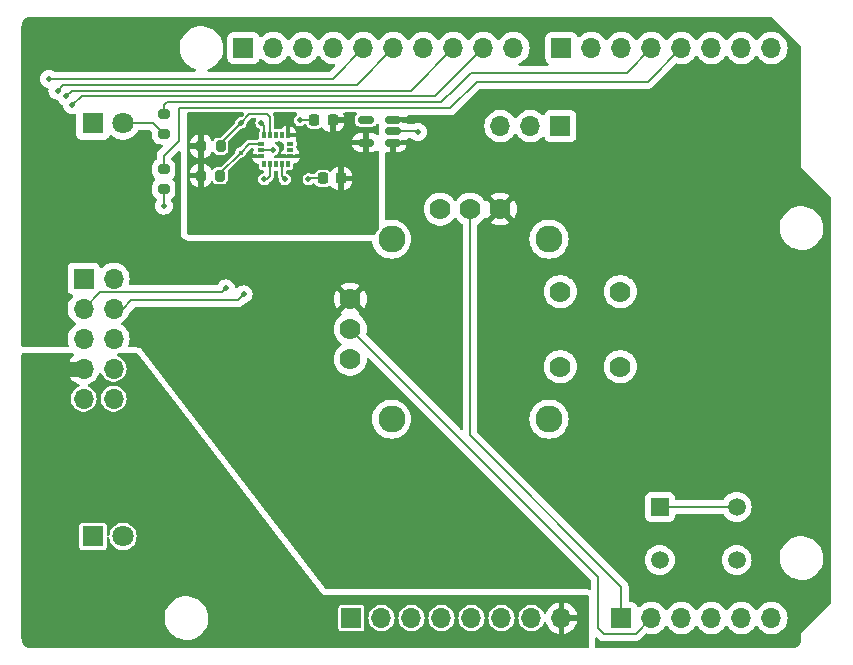
<source format=gbr>
%TF.GenerationSoftware,KiCad,Pcbnew,7.0.2-0*%
%TF.CreationDate,2023-10-31T17:00:16-04:00*%
%TF.ProjectId,ControllerShield,436f6e74-726f-46c6-9c65-72536869656c,rev?*%
%TF.SameCoordinates,Original*%
%TF.FileFunction,Copper,L1,Top*%
%TF.FilePolarity,Positive*%
%FSLAX46Y46*%
G04 Gerber Fmt 4.6, Leading zero omitted, Abs format (unit mm)*
G04 Created by KiCad (PCBNEW 7.0.2-0) date 2023-10-31 17:00:16*
%MOMM*%
%LPD*%
G01*
G04 APERTURE LIST*
G04 Aperture macros list*
%AMRoundRect*
0 Rectangle with rounded corners*
0 $1 Rounding radius*
0 $2 $3 $4 $5 $6 $7 $8 $9 X,Y pos of 4 corners*
0 Add a 4 corners polygon primitive as box body*
4,1,4,$2,$3,$4,$5,$6,$7,$8,$9,$2,$3,0*
0 Add four circle primitives for the rounded corners*
1,1,$1+$1,$2,$3*
1,1,$1+$1,$4,$5*
1,1,$1+$1,$6,$7*
1,1,$1+$1,$8,$9*
0 Add four rect primitives between the rounded corners*
20,1,$1+$1,$2,$3,$4,$5,0*
20,1,$1+$1,$4,$5,$6,$7,0*
20,1,$1+$1,$6,$7,$8,$9,0*
20,1,$1+$1,$8,$9,$2,$3,0*%
G04 Aperture macros list end*
%TA.AperFunction,ComponentPad*%
%ADD10R,1.700000X1.700000*%
%TD*%
%TA.AperFunction,ComponentPad*%
%ADD11O,1.700000X1.700000*%
%TD*%
%TA.AperFunction,ComponentPad*%
%ADD12R,1.800000X1.800000*%
%TD*%
%TA.AperFunction,ComponentPad*%
%ADD13C,1.800000*%
%TD*%
%TA.AperFunction,ComponentPad*%
%ADD14R,1.498600X1.498600*%
%TD*%
%TA.AperFunction,ComponentPad*%
%ADD15C,1.498600*%
%TD*%
%TA.AperFunction,SMDPad,CuDef*%
%ADD16RoundRect,0.200000X-0.200000X-0.275000X0.200000X-0.275000X0.200000X0.275000X-0.200000X0.275000X0*%
%TD*%
%TA.AperFunction,SMDPad,CuDef*%
%ADD17RoundRect,0.200000X-0.275000X0.200000X-0.275000X-0.200000X0.275000X-0.200000X0.275000X0.200000X0*%
%TD*%
%TA.AperFunction,ComponentPad*%
%ADD18C,1.778000*%
%TD*%
%TA.AperFunction,ComponentPad*%
%ADD19C,2.286000*%
%TD*%
%TA.AperFunction,SMDPad,CuDef*%
%ADD20RoundRect,0.225000X0.225000X0.250000X-0.225000X0.250000X-0.225000X-0.250000X0.225000X-0.250000X0*%
%TD*%
%TA.AperFunction,SMDPad,CuDef*%
%ADD21RoundRect,0.150000X0.512500X0.150000X-0.512500X0.150000X-0.512500X-0.150000X0.512500X-0.150000X0*%
%TD*%
%TA.AperFunction,SMDPad,CuDef*%
%ADD22RoundRect,0.087500X-0.087500X0.187500X-0.087500X-0.187500X0.087500X-0.187500X0.087500X0.187500X0*%
%TD*%
%TA.AperFunction,SMDPad,CuDef*%
%ADD23RoundRect,0.087500X-0.187500X0.087500X-0.187500X-0.087500X0.187500X-0.087500X0.187500X0.087500X0*%
%TD*%
%TA.AperFunction,ViaPad*%
%ADD24C,0.500000*%
%TD*%
%TA.AperFunction,ViaPad*%
%ADD25C,0.800000*%
%TD*%
%TA.AperFunction,ViaPad*%
%ADD26C,0.400000*%
%TD*%
%TA.AperFunction,Conductor*%
%ADD27C,0.180000*%
%TD*%
%TA.AperFunction,Conductor*%
%ADD28C,0.127000*%
%TD*%
%TA.AperFunction,Conductor*%
%ADD29C,0.254000*%
%TD*%
%TA.AperFunction,Conductor*%
%ADD30C,1.270000*%
%TD*%
%TA.AperFunction,Conductor*%
%ADD31C,0.200000*%
%TD*%
G04 APERTURE END LIST*
D10*
%TO.P,J1,1,Pin_1*%
%TO.N,unconnected-(J1-Pin_1-Pad1)*%
X149890000Y-138655000D03*
D11*
%TO.P,J1,2,Pin_2*%
%TO.N,/IOREF*%
X152430000Y-138655000D03*
%TO.P,J1,3,Pin_3*%
%TO.N,/RSTn*%
X154970000Y-138655000D03*
%TO.P,J1,4,Pin_4*%
%TO.N,unconnected-(J1-Pin_4-Pad4)*%
X157510000Y-138655000D03*
%TO.P,J1,5,Pin_5*%
%TO.N,+5V*%
X160050000Y-138655000D03*
%TO.P,J1,6,Pin_6*%
%TO.N,GND*%
X162590000Y-138655000D03*
%TO.P,J1,7,Pin_7*%
X165130000Y-138655000D03*
%TO.P,J1,8,Pin_8*%
%TO.N,/Vsys*%
X167670000Y-138655000D03*
%TD*%
D10*
%TO.P,J3,1,Pin_1*%
%TO.N,/Horiz*%
X172750000Y-138655000D03*
D11*
%TO.P,J3,2,Pin_2*%
%TO.N,/Vert*%
X175290000Y-138655000D03*
%TO.P,J3,3,Pin_3*%
%TO.N,/A2*%
X177830000Y-138655000D03*
%TO.P,J3,4,Pin_4*%
%TO.N,/A3*%
X180370000Y-138655000D03*
%TO.P,J3,5,Pin_5*%
%TO.N,unconnected-(J3-Pin_5-Pad5)*%
X182910000Y-138655000D03*
%TO.P,J3,6,Pin_6*%
%TO.N,unconnected-(J3-Pin_6-Pad6)*%
X185450000Y-138655000D03*
%TD*%
D10*
%TO.P,J2,1,Pin_1*%
%TO.N,/SCL*%
X140746000Y-90395000D03*
D11*
%TO.P,J2,2,Pin_2*%
%TO.N,/SDA*%
X143286000Y-90395000D03*
%TO.P,J2,3,Pin_3*%
%TO.N,/AREF*%
X145826000Y-90395000D03*
%TO.P,J2,4,Pin_4*%
%TO.N,GND*%
X148366000Y-90395000D03*
%TO.P,J2,5,Pin_5*%
%TO.N,/D0*%
X150906000Y-90395000D03*
%TO.P,J2,6,Pin_6*%
%TO.N,/D1*%
X153446000Y-90395000D03*
%TO.P,J2,7,Pin_7*%
%TO.N,/\u002A11*%
X155986000Y-90395000D03*
%TO.P,J2,8,Pin_8*%
%TO.N,/Y*%
X158526000Y-90395000D03*
%TO.P,J2,9,Pin_9*%
%TO.N,/X*%
X161066000Y-90395000D03*
%TO.P,J2,10,Pin_10*%
%TO.N,/8*%
X163606000Y-90395000D03*
%TD*%
D10*
%TO.P,J4,1,Pin_1*%
%TO.N,/7*%
X167670000Y-90395000D03*
D11*
%TO.P,J4,2,Pin_2*%
%TO.N,/\u002A6*%
X170210000Y-90395000D03*
%TO.P,J4,3,Pin_3*%
%TO.N,/\u002A5*%
X172750000Y-90395000D03*
%TO.P,J4,4,Pin_4*%
%TO.N,/Green*%
X175290000Y-90395000D03*
%TO.P,J4,5,Pin_5*%
%TO.N,/Red*%
X177830000Y-90395000D03*
%TO.P,J4,6,Pin_6*%
%TO.N,/GameBtn*%
X180370000Y-90395000D03*
%TO.P,J4,7,Pin_7*%
%TO.N,/TX{slash}1*%
X182910000Y-90395000D03*
%TO.P,J4,8,Pin_8*%
%TO.N,/RX{slash}0*%
X185450000Y-90395000D03*
%TD*%
D12*
%TO.P,D1,1,K*%
%TO.N,GND*%
X128000000Y-131750000D03*
D13*
%TO.P,D1,2,A*%
%TO.N,Net-(D1-A)*%
X130540000Y-131750000D03*
%TD*%
D14*
%TO.P,SW1,1,A*%
%TO.N,/RSTn*%
X175999998Y-129249999D03*
D15*
%TO.P,SW1,2,A*%
X182500000Y-129249999D03*
%TO.P,SW1,3,B*%
%TO.N,GND*%
X175999998Y-133750000D03*
%TO.P,SW1,4,B*%
X182500000Y-133750000D03*
%TD*%
D16*
%TO.P,R2,1*%
%TO.N,+3V3*%
X137150000Y-98720000D03*
%TO.P,R2,2*%
%TO.N,/SCL*%
X138800000Y-98720000D03*
%TD*%
D17*
%TO.P,R4,1*%
%TO.N,/Green*%
X134000000Y-96000000D03*
%TO.P,R4,2*%
%TO.N,Net-(D2-A)*%
X134000000Y-97650000D03*
%TD*%
D18*
%TO.P,U1,B1A,SEL+*%
%TO.N,/GameBtn*%
X172650000Y-111020000D03*
%TO.P,U1,B1B*%
%TO.N,N/C*%
X172650000Y-117370000D03*
%TO.P,U1,B2A,SEL-*%
%TO.N,GND*%
X167570000Y-111020000D03*
%TO.P,U1,B2B*%
%TO.N,N/C*%
X167570000Y-117370000D03*
%TO.P,U1,H1,H+*%
%TO.N,+5V*%
X149790000Y-111655000D03*
%TO.P,U1,H2,H*%
%TO.N,/Vert*%
X149790000Y-114195000D03*
%TO.P,U1,H3,H-*%
%TO.N,GND*%
X149790000Y-116735000D03*
D19*
%TO.P,U1,S1,SHIELD*%
X166617500Y-106575000D03*
%TO.P,U1,S2,SHIELD__1*%
X153282500Y-106575000D03*
%TO.P,U1,S3,SHIELD__2*%
X153282500Y-121815000D03*
%TO.P,U1,S4,SHIELD__3*%
X166617500Y-121815000D03*
D18*
%TO.P,U1,V1,V+*%
%TO.N,+5V*%
X162490000Y-104035000D03*
%TO.P,U1,V2,V*%
%TO.N,/Horiz*%
X159950000Y-104035000D03*
%TO.P,U1,V3,V-*%
%TO.N,GND*%
X157410000Y-104035000D03*
%TD*%
D12*
%TO.P,D2,1,K*%
%TO.N,GND*%
X128000000Y-96750000D03*
D13*
%TO.P,D2,2,A*%
%TO.N,Net-(D2-A)*%
X130540000Y-96750000D03*
%TD*%
D20*
%TO.P,C1,1*%
%TO.N,+3V3*%
X148300000Y-96500000D03*
%TO.P,C1,2*%
%TO.N,GND*%
X146750000Y-96500000D03*
%TD*%
D17*
%TO.P,R3,1*%
%TO.N,/Red*%
X134000000Y-100675000D03*
%TO.P,R3,2*%
%TO.N,Net-(D1-A)*%
X134000000Y-102325000D03*
%TD*%
D21*
%TO.P,U3,1,IN*%
%TO.N,+5V*%
X153387500Y-98400000D03*
%TO.P,U3,2,GND*%
%TO.N,GND*%
X153387500Y-97450000D03*
%TO.P,U3,3,EN*%
%TO.N,+5V*%
X153387500Y-96500000D03*
%TO.P,U3,4,NC*%
%TO.N,unconnected-(U3-NC-Pad4)*%
X151112500Y-96500000D03*
%TO.P,U3,5,OUT*%
%TO.N,+3V3*%
X151112500Y-98400000D03*
%TD*%
D20*
%TO.P,C2,1*%
%TO.N,+3V3*%
X149000000Y-101445000D03*
%TO.P,C2,2*%
%TO.N,GND*%
X147450000Y-101445000D03*
%TD*%
D16*
%TO.P,R1,1*%
%TO.N,+3V3*%
X137125000Y-101195000D03*
%TO.P,R1,2*%
%TO.N,/SDA*%
X138775000Y-101195000D03*
%TD*%
D10*
%TO.P,J5,1,Pin_1*%
%TO.N,/X*%
X127210000Y-109920000D03*
D11*
%TO.P,J5,2,Pin_2*%
%TO.N,/Y*%
X129750000Y-109920000D03*
%TO.P,J5,3,Pin_3*%
%TO.N,/SCL*%
X127210000Y-112460000D03*
%TO.P,J5,4,Pin_4*%
%TO.N,/SDA*%
X129750000Y-112460000D03*
%TO.P,J5,5,Pin_5*%
%TO.N,/D0*%
X127210000Y-115000000D03*
%TO.P,J5,6,Pin_6*%
%TO.N,/D1*%
X129750000Y-115000000D03*
%TO.P,J5,7,Pin_7*%
%TO.N,/Vsys*%
X127210000Y-117540000D03*
%TO.P,J5,8,Pin_8*%
%TO.N,unconnected-(J5-Pin_8-Pad8)*%
X129750000Y-117540000D03*
%TO.P,J5,9,Pin_9*%
%TO.N,GND*%
X127210000Y-120080000D03*
%TO.P,J5,10,Pin_10*%
%TO.N,unconnected-(J5-Pin_10-Pad10)*%
X129750000Y-120080000D03*
%TD*%
D22*
%TO.P,U2,1,VDD_IO*%
%TO.N,+3V3*%
X144495000Y-97790000D03*
%TO.P,U2,2,NC*%
%TO.N,unconnected-(U2-NC-Pad2)*%
X143995000Y-97790000D03*
%TO.P,U2,3,NC*%
%TO.N,unconnected-(U2-NC-Pad3)*%
X143495000Y-97790000D03*
%TO.P,U2,4,SCL/SPC*%
%TO.N,/SCL*%
X142995000Y-97790000D03*
%TO.P,U2,5,GND*%
%TO.N,GND*%
X142495000Y-97790000D03*
D23*
%TO.P,U2,6,SDA/SDI/SDO*%
%TO.N,/SDA*%
X142270000Y-98515000D03*
%TO.P,U2,7,SDO/SA0*%
%TO.N,Net-(JP1-B)*%
X142270000Y-99015000D03*
%TO.P,U2,8,CS*%
%TO.N,+3V3*%
X142270000Y-99515000D03*
D22*
%TO.P,U2,9,INT2*%
%TO.N,unconnected-(U2-INT2-Pad9)*%
X142495000Y-100240000D03*
%TO.P,U2,10,GND*%
%TO.N,GND*%
X142995000Y-100240000D03*
%TO.P,U2,11,INT1*%
%TO.N,unconnected-(U2-INT1-Pad11)*%
X143495000Y-100240000D03*
%TO.P,U2,12,GND*%
%TO.N,GND*%
X143995000Y-100240000D03*
%TO.P,U2,13,ADC3*%
%TO.N,unconnected-(U2-ADC3-Pad13)*%
X144495000Y-100240000D03*
D23*
%TO.P,U2,14,VDD*%
%TO.N,+3V3*%
X144720000Y-99515000D03*
%TO.P,U2,15,ADC2*%
%TO.N,unconnected-(U2-ADC2-Pad15)*%
X144720000Y-99015000D03*
%TO.P,U2,16,ADC1*%
%TO.N,unconnected-(U2-ADC1-Pad16)*%
X144720000Y-98515000D03*
%TD*%
D10*
%TO.P,J6,1,Pin_1*%
%TO.N,/X*%
X167580000Y-97000000D03*
D11*
%TO.P,J6,2,Pin_2*%
%TO.N,GND*%
X165040000Y-97000000D03*
%TO.P,J6,3,Pin_3*%
%TO.N,/Y*%
X162500000Y-97000000D03*
%TD*%
D24*
%TO.N,GND*%
X146250000Y-101500000D03*
X145500000Y-96500000D03*
X155500000Y-97500000D03*
X144250000Y-101500000D03*
X142250000Y-96750000D03*
X142500000Y-101500000D03*
D25*
%TO.N,+5V*%
X160000000Y-133500000D03*
X160000000Y-134750000D03*
X160000000Y-132250000D03*
D24*
%TO.N,Net-(D1-A)*%
X134000000Y-103750000D03*
%TO.N,/SCL*%
X140500000Y-96750000D03*
X139250000Y-110750000D03*
%TO.N,/D0*%
X124250000Y-93000000D03*
%TO.N,/D1*%
X125000000Y-94000000D03*
%TO.N,/SDA*%
X140750000Y-111250000D03*
D26*
X140500000Y-99250000D03*
D24*
%TO.N,/Y*%
X125750000Y-94500000D03*
%TO.N,/X*%
X126250000Y-95250000D03*
%TO.N,Net-(JP1-B)*%
X143250000Y-99000000D03*
%TD*%
D27*
%TO.N,GND*%
X142495000Y-97790000D02*
X142495000Y-96995000D01*
X147450000Y-101445000D02*
X146305000Y-101445000D01*
X146750000Y-96500000D02*
X145500000Y-96500000D01*
X143995000Y-100240000D02*
X143995000Y-101245000D01*
X143995000Y-101245000D02*
X144250000Y-101500000D01*
X155450000Y-97450000D02*
X155500000Y-97500000D01*
X142495000Y-96995000D02*
X142250000Y-96750000D01*
X142750000Y-101500000D02*
X142500000Y-101500000D01*
X142995000Y-100240000D02*
X142995000Y-101255000D01*
X142995000Y-101255000D02*
X142750000Y-101500000D01*
X153387500Y-97450000D02*
X155450000Y-97450000D01*
X146305000Y-101445000D02*
X146250000Y-101500000D01*
D28*
%TO.N,+5V*%
X153387500Y-98400000D02*
X153387500Y-100112500D01*
X153387500Y-100112500D02*
X153250000Y-100250000D01*
D29*
X153387500Y-96500000D02*
X156250000Y-96500000D01*
D27*
%TO.N,Net-(D1-A)*%
X134000000Y-102325000D02*
X134000000Y-103750000D01*
%TO.N,Net-(D2-A)*%
X134000000Y-97650000D02*
X133100000Y-96750000D01*
X133100000Y-96750000D02*
X130540000Y-96750000D01*
D28*
%TO.N,/SCL*%
X128636500Y-111033500D02*
X127210000Y-112460000D01*
D27*
X138800000Y-98720000D02*
X138800000Y-98450000D01*
D28*
X138966500Y-111033500D02*
X128636500Y-111033500D01*
X141250000Y-96000000D02*
X140500000Y-96750000D01*
X142750000Y-96000000D02*
X141250000Y-96000000D01*
X139250000Y-110750000D02*
X138966500Y-111033500D01*
X142995000Y-97790000D02*
X142995000Y-96245000D01*
X142995000Y-96245000D02*
X142750000Y-96000000D01*
D27*
X138800000Y-98450000D02*
X140500000Y-96750000D01*
D30*
%TO.N,/Vsys*%
X127210000Y-117540000D02*
X124710000Y-117540000D01*
D27*
%TO.N,/D0*%
X150906000Y-90395000D02*
X148301000Y-93000000D01*
X148301000Y-93000000D02*
X124250000Y-93000000D01*
%TO.N,/D1*%
X150341000Y-93500000D02*
X125500000Y-93500000D01*
X125500000Y-93500000D02*
X125000000Y-94000000D01*
X153446000Y-90395000D02*
X150341000Y-93500000D01*
%TO.N,/Horiz*%
X172750000Y-136000000D02*
X159950000Y-123200000D01*
X172750000Y-138655000D02*
X172750000Y-136000000D01*
X159950000Y-123200000D02*
X159950000Y-104035000D01*
%TO.N,/Vert*%
X171250000Y-140000000D02*
X170750000Y-139500000D01*
X170750000Y-139500000D02*
X170750000Y-135155000D01*
X173945000Y-140000000D02*
X171250000Y-140000000D01*
X170750000Y-135155000D02*
X149790000Y-114195000D01*
X175290000Y-138655000D02*
X173945000Y-140000000D01*
%TO.N,/Green*%
X175290000Y-90395000D02*
X173185000Y-92500000D01*
X158750000Y-93750000D02*
X157500000Y-95000000D01*
X173185000Y-92500000D02*
X160250000Y-92500000D01*
X157500000Y-95000000D02*
X134250000Y-95000000D01*
X160250000Y-92500000D02*
X160000000Y-92500000D01*
X160000000Y-92500000D02*
X158750000Y-93750000D01*
X134000000Y-95250000D02*
X134250000Y-95000000D01*
X134000000Y-96000000D02*
X134000000Y-95250000D01*
%TO.N,/Red*%
X134000000Y-99500000D02*
X134000000Y-100675000D01*
X160500000Y-93250000D02*
X158250000Y-95500000D01*
X174975000Y-93250000D02*
X160500000Y-93250000D01*
X135250000Y-98250000D02*
X134000000Y-99500000D01*
X177830000Y-90395000D02*
X174975000Y-93250000D01*
X158250000Y-95500000D02*
X135250000Y-95500000D01*
X135250000Y-95500000D02*
X135250000Y-98250000D01*
%TO.N,+3V3*%
X144495000Y-97790000D02*
X145290000Y-97790000D01*
X144500000Y-96750000D02*
X144495000Y-96755000D01*
X145290000Y-97790000D02*
X145500000Y-98000000D01*
X144495000Y-97790000D02*
X144495000Y-96755000D01*
%TO.N,/SDA*%
X140250000Y-111750000D02*
X140750000Y-111250000D01*
D31*
X142270000Y-98515000D02*
X141235000Y-98515000D01*
D27*
X129750000Y-112460000D02*
X130540000Y-112460000D01*
X130540000Y-112460000D02*
X131250000Y-111750000D01*
D28*
X138775000Y-101195000D02*
X138775000Y-100975000D01*
X138775000Y-100975000D02*
X140500000Y-99250000D01*
D31*
X141235000Y-98515000D02*
X140500000Y-99250000D01*
D27*
X131250000Y-111750000D02*
X140250000Y-111750000D01*
%TO.N,/Y*%
X158526000Y-90395000D02*
X154921000Y-94000000D01*
X126250000Y-94000000D02*
X125750000Y-94500000D01*
X154921000Y-94000000D02*
X126250000Y-94000000D01*
%TO.N,/X*%
X127039500Y-94460500D02*
X126250000Y-95250000D01*
X157000500Y-94460500D02*
X127039500Y-94460500D01*
X161066000Y-90395000D02*
X157000500Y-94460500D01*
D31*
%TO.N,Net-(JP1-B)*%
X142270000Y-99015000D02*
X143235000Y-99015000D01*
X143235000Y-99015000D02*
X143250000Y-99000000D01*
%TO.N,/RSTn*%
X182500000Y-129249999D02*
X175999998Y-129249999D01*
%TD*%
%TA.AperFunction,Conductor*%
%TO.N,/Vsys*%
G36*
X126372420Y-116269685D02*
G01*
X126418175Y-116322489D01*
X126428119Y-116391647D01*
X126399094Y-116455203D01*
X126376505Y-116475575D01*
X126338918Y-116501893D01*
X126171890Y-116668921D01*
X126036400Y-116862421D01*
X125936569Y-117076507D01*
X125879364Y-117289999D01*
X125879364Y-117290000D01*
X126776314Y-117290000D01*
X126750507Y-117330156D01*
X126710000Y-117468111D01*
X126710000Y-117611889D01*
X126750507Y-117749844D01*
X126776314Y-117790000D01*
X125879364Y-117790000D01*
X125936569Y-118003492D01*
X126036399Y-118217576D01*
X126171893Y-118411081D01*
X126338918Y-118578106D01*
X126532423Y-118713600D01*
X126746508Y-118813430D01*
X126785584Y-118823901D01*
X126845245Y-118860266D01*
X126875774Y-118923113D01*
X126867479Y-118992488D01*
X126822994Y-119046366D01*
X126798285Y-119059303D01*
X126717360Y-119090653D01*
X126543958Y-119198018D01*
X126393236Y-119335419D01*
X126270324Y-119498181D01*
X126179418Y-119680748D01*
X126123602Y-119876916D01*
X126104785Y-120080000D01*
X126123602Y-120283083D01*
X126179418Y-120479251D01*
X126270324Y-120661818D01*
X126393236Y-120824580D01*
X126543958Y-120961981D01*
X126717361Y-121069347D01*
X126717363Y-121069348D01*
X126907544Y-121143024D01*
X127108024Y-121180500D01*
X127108026Y-121180500D01*
X127311974Y-121180500D01*
X127311976Y-121180500D01*
X127512456Y-121143024D01*
X127702637Y-121069348D01*
X127876041Y-120961981D01*
X128026764Y-120824579D01*
X128149673Y-120661821D01*
X128149673Y-120661819D01*
X128149675Y-120661818D01*
X128213073Y-120534496D01*
X128240582Y-120479250D01*
X128296397Y-120283083D01*
X128315215Y-120080000D01*
X128644785Y-120080000D01*
X128663602Y-120283083D01*
X128719418Y-120479251D01*
X128810324Y-120661818D01*
X128933236Y-120824580D01*
X129083958Y-120961981D01*
X129257361Y-121069347D01*
X129257363Y-121069348D01*
X129447544Y-121143024D01*
X129648024Y-121180500D01*
X129648026Y-121180500D01*
X129851974Y-121180500D01*
X129851976Y-121180500D01*
X130052456Y-121143024D01*
X130242637Y-121069348D01*
X130416041Y-120961981D01*
X130566764Y-120824579D01*
X130689673Y-120661821D01*
X130689673Y-120661819D01*
X130689675Y-120661818D01*
X130753073Y-120534496D01*
X130780582Y-120479250D01*
X130836397Y-120283083D01*
X130855215Y-120080000D01*
X130836397Y-119876917D01*
X130780582Y-119680750D01*
X130780209Y-119680001D01*
X130689675Y-119498181D01*
X130566763Y-119335419D01*
X130416041Y-119198018D01*
X130242638Y-119090652D01*
X130052457Y-119016976D01*
X129985629Y-119004483D01*
X129851976Y-118979500D01*
X129648024Y-118979500D01*
X129547783Y-118998238D01*
X129447542Y-119016976D01*
X129257361Y-119090652D01*
X129083958Y-119198018D01*
X128933236Y-119335419D01*
X128810324Y-119498181D01*
X128719418Y-119680748D01*
X128663602Y-119876916D01*
X128644785Y-120080000D01*
X128315215Y-120080000D01*
X128296397Y-119876917D01*
X128240582Y-119680750D01*
X128240209Y-119680001D01*
X128149675Y-119498181D01*
X128026763Y-119335419D01*
X127876041Y-119198018D01*
X127702640Y-119090653D01*
X127683382Y-119083192D01*
X127621712Y-119059301D01*
X127566313Y-119016730D01*
X127542722Y-118950963D01*
X127558433Y-118882883D01*
X127608457Y-118834104D01*
X127634416Y-118823901D01*
X127673490Y-118813431D01*
X127887576Y-118713600D01*
X128081081Y-118578106D01*
X128248106Y-118411081D01*
X128383600Y-118217576D01*
X128483431Y-118003491D01*
X128492407Y-117969991D01*
X128528771Y-117910330D01*
X128591617Y-117879800D01*
X128660993Y-117888094D01*
X128714872Y-117932579D01*
X128723182Y-117946811D01*
X128810326Y-118121820D01*
X128933236Y-118284580D01*
X129083958Y-118421981D01*
X129225307Y-118509500D01*
X129257363Y-118529348D01*
X129447544Y-118603024D01*
X129648024Y-118640500D01*
X129648026Y-118640500D01*
X129851974Y-118640500D01*
X129851976Y-118640500D01*
X130052456Y-118603024D01*
X130242637Y-118529348D01*
X130416041Y-118421981D01*
X130566764Y-118284579D01*
X130689673Y-118121821D01*
X130689673Y-118121819D01*
X130689675Y-118121818D01*
X130776817Y-117946811D01*
X130780582Y-117939250D01*
X130836397Y-117743083D01*
X130855215Y-117540000D01*
X130836397Y-117336917D01*
X130834473Y-117330156D01*
X130814200Y-117258904D01*
X130780582Y-117140750D01*
X130748593Y-117076507D01*
X130689675Y-116958181D01*
X130566763Y-116795419D01*
X130416041Y-116658018D01*
X130242638Y-116550652D01*
X130171751Y-116523191D01*
X130085109Y-116489626D01*
X130029709Y-116447054D01*
X130006118Y-116381288D01*
X130021829Y-116313207D01*
X130071853Y-116264428D01*
X130129904Y-116250000D01*
X131688897Y-116250000D01*
X131755936Y-116269685D01*
X131787226Y-116298453D01*
X135264616Y-120824580D01*
X144512355Y-132861320D01*
X147500000Y-136750000D01*
X169876000Y-136750000D01*
X169943039Y-136769685D01*
X169988794Y-136822489D01*
X170000000Y-136874000D01*
X170000000Y-141070500D01*
X169980315Y-141137539D01*
X169927511Y-141183294D01*
X169876000Y-141194500D01*
X122718095Y-141194500D01*
X122705939Y-141193903D01*
X122676743Y-141191027D01*
X122634474Y-141186264D01*
X122566262Y-141178579D01*
X122544170Y-141174022D01*
X122493439Y-141158632D01*
X122488482Y-141157014D01*
X122411882Y-141130211D01*
X122394384Y-141122528D01*
X122368547Y-141108718D01*
X122343007Y-141095066D01*
X122335493Y-141090705D01*
X122271055Y-141050215D01*
X122258364Y-141041076D01*
X122212087Y-141003098D01*
X122203070Y-140994925D01*
X122150073Y-140941928D01*
X122141900Y-140932911D01*
X122103922Y-140886634D01*
X122094783Y-140873943D01*
X122080595Y-140851364D01*
X122054282Y-140809487D01*
X122049942Y-140802011D01*
X122022467Y-140750607D01*
X122014794Y-140733132D01*
X121987972Y-140656482D01*
X121986366Y-140651559D01*
X121970978Y-140600834D01*
X121966419Y-140578728D01*
X121953978Y-140468314D01*
X121951088Y-140438978D01*
X121950500Y-140426952D01*
X121950500Y-138722764D01*
X134065787Y-138722764D01*
X134095413Y-138992016D01*
X134129998Y-139124304D01*
X134163928Y-139254088D01*
X134269870Y-139503390D01*
X134269871Y-139503392D01*
X134410982Y-139734611D01*
X134584253Y-139942818D01*
X134584255Y-139942820D01*
X134785998Y-140123582D01*
X135011910Y-140273044D01*
X135118211Y-140322876D01*
X135257177Y-140388021D01*
X135516562Y-140466058D01*
X135516569Y-140466060D01*
X135784561Y-140505500D01*
X135784564Y-140505500D01*
X135985369Y-140505500D01*
X135987631Y-140505500D01*
X136190156Y-140490677D01*
X136454553Y-140431780D01*
X136707558Y-140335014D01*
X136943777Y-140202441D01*
X137158177Y-140036888D01*
X137346186Y-139841881D01*
X137503799Y-139621579D01*
X137551051Y-139529674D01*
X148789500Y-139529674D01*
X148804033Y-139602738D01*
X148804033Y-139602739D01*
X148804034Y-139602740D01*
X148859399Y-139685601D01*
X148942260Y-139740966D01*
X148978793Y-139748233D01*
X149015325Y-139755500D01*
X149015326Y-139755500D01*
X150764675Y-139755500D01*
X150789029Y-139750655D01*
X150837740Y-139740966D01*
X150920601Y-139685601D01*
X150975966Y-139602740D01*
X150990500Y-139529674D01*
X150990500Y-138654999D01*
X151324785Y-138654999D01*
X151343602Y-138858083D01*
X151399418Y-139054251D01*
X151490324Y-139236818D01*
X151613236Y-139399580D01*
X151763958Y-139536981D01*
X151937361Y-139644347D01*
X151937363Y-139644348D01*
X152127544Y-139718024D01*
X152328024Y-139755500D01*
X152328026Y-139755500D01*
X152531974Y-139755500D01*
X152531976Y-139755500D01*
X152732456Y-139718024D01*
X152922637Y-139644348D01*
X153096041Y-139536981D01*
X153246764Y-139399579D01*
X153369673Y-139236821D01*
X153369673Y-139236819D01*
X153369675Y-139236818D01*
X153447784Y-139079952D01*
X153460582Y-139054250D01*
X153516397Y-138858083D01*
X153535215Y-138655000D01*
X153535215Y-138654999D01*
X153864785Y-138654999D01*
X153883602Y-138858083D01*
X153939418Y-139054251D01*
X154030324Y-139236818D01*
X154153236Y-139399580D01*
X154303958Y-139536981D01*
X154477361Y-139644347D01*
X154477363Y-139644348D01*
X154667544Y-139718024D01*
X154868024Y-139755500D01*
X154868026Y-139755500D01*
X155071974Y-139755500D01*
X155071976Y-139755500D01*
X155272456Y-139718024D01*
X155462637Y-139644348D01*
X155636041Y-139536981D01*
X155786764Y-139399579D01*
X155909673Y-139236821D01*
X155909673Y-139236819D01*
X155909675Y-139236818D01*
X155987784Y-139079952D01*
X156000582Y-139054250D01*
X156056397Y-138858083D01*
X156075215Y-138655000D01*
X156404785Y-138655000D01*
X156423602Y-138858083D01*
X156479418Y-139054251D01*
X156570324Y-139236818D01*
X156693236Y-139399580D01*
X156843958Y-139536981D01*
X157017361Y-139644347D01*
X157017363Y-139644348D01*
X157207544Y-139718024D01*
X157408024Y-139755500D01*
X157408026Y-139755500D01*
X157611974Y-139755500D01*
X157611976Y-139755500D01*
X157812456Y-139718024D01*
X158002637Y-139644348D01*
X158176041Y-139536981D01*
X158326764Y-139399579D01*
X158449673Y-139236821D01*
X158449673Y-139236819D01*
X158449675Y-139236818D01*
X158527784Y-139079952D01*
X158540582Y-139054250D01*
X158596397Y-138858083D01*
X158615215Y-138655000D01*
X158944785Y-138655000D01*
X158963602Y-138858083D01*
X159019418Y-139054251D01*
X159110324Y-139236818D01*
X159233236Y-139399580D01*
X159383958Y-139536981D01*
X159557361Y-139644347D01*
X159557363Y-139644348D01*
X159747544Y-139718024D01*
X159948024Y-139755500D01*
X159948026Y-139755500D01*
X160151974Y-139755500D01*
X160151976Y-139755500D01*
X160352456Y-139718024D01*
X160542637Y-139644348D01*
X160716041Y-139536981D01*
X160866764Y-139399579D01*
X160989673Y-139236821D01*
X160989673Y-139236819D01*
X160989675Y-139236818D01*
X161067784Y-139079952D01*
X161080582Y-139054250D01*
X161136397Y-138858083D01*
X161155215Y-138655000D01*
X161484785Y-138655000D01*
X161503602Y-138858083D01*
X161559418Y-139054251D01*
X161650324Y-139236818D01*
X161773236Y-139399580D01*
X161923958Y-139536981D01*
X162097361Y-139644347D01*
X162097363Y-139644348D01*
X162287544Y-139718024D01*
X162488024Y-139755500D01*
X162488026Y-139755500D01*
X162691974Y-139755500D01*
X162691976Y-139755500D01*
X162892456Y-139718024D01*
X163082637Y-139644348D01*
X163256041Y-139536981D01*
X163406764Y-139399579D01*
X163529673Y-139236821D01*
X163529673Y-139236819D01*
X163529675Y-139236818D01*
X163607784Y-139079952D01*
X163620582Y-139054250D01*
X163676397Y-138858083D01*
X163695215Y-138655000D01*
X164024785Y-138655000D01*
X164043602Y-138858083D01*
X164099418Y-139054251D01*
X164190324Y-139236818D01*
X164313236Y-139399580D01*
X164463958Y-139536981D01*
X164637361Y-139644347D01*
X164637363Y-139644348D01*
X164827544Y-139718024D01*
X165028024Y-139755500D01*
X165028026Y-139755500D01*
X165231974Y-139755500D01*
X165231976Y-139755500D01*
X165432456Y-139718024D01*
X165622637Y-139644348D01*
X165796041Y-139536981D01*
X165946764Y-139399579D01*
X166069673Y-139236821D01*
X166125699Y-139124305D01*
X166156817Y-139061812D01*
X166204319Y-139010575D01*
X166271982Y-138993153D01*
X166338323Y-139015078D01*
X166382278Y-139069389D01*
X166387592Y-139084989D01*
X166396569Y-139118492D01*
X166496399Y-139332576D01*
X166631893Y-139526081D01*
X166798918Y-139693106D01*
X166992423Y-139828600D01*
X167206509Y-139928430D01*
X167420000Y-139985634D01*
X167420000Y-139090501D01*
X167527685Y-139139680D01*
X167634237Y-139155000D01*
X167705763Y-139155000D01*
X167812315Y-139139680D01*
X167920000Y-139090501D01*
X167920000Y-139985633D01*
X168133490Y-139928430D01*
X168347576Y-139828600D01*
X168541081Y-139693106D01*
X168708106Y-139526081D01*
X168843600Y-139332576D01*
X168943430Y-139118492D01*
X169000636Y-138905000D01*
X168103686Y-138905000D01*
X168129493Y-138864844D01*
X168170000Y-138726889D01*
X168170000Y-138583111D01*
X168129493Y-138445156D01*
X168103686Y-138405000D01*
X169000636Y-138405000D01*
X169000635Y-138404999D01*
X168943430Y-138191507D01*
X168843599Y-137977421D01*
X168708109Y-137783921D01*
X168541081Y-137616893D01*
X168347576Y-137481399D01*
X168133492Y-137381569D01*
X167920000Y-137324364D01*
X167920000Y-138219498D01*
X167812315Y-138170320D01*
X167705763Y-138155000D01*
X167634237Y-138155000D01*
X167527685Y-138170320D01*
X167420000Y-138219498D01*
X167420000Y-137324364D01*
X167419999Y-137324364D01*
X167206507Y-137381569D01*
X166992421Y-137481400D01*
X166798921Y-137616890D01*
X166631890Y-137783921D01*
X166496400Y-137977421D01*
X166396567Y-138191511D01*
X166387591Y-138225011D01*
X166351226Y-138284671D01*
X166288378Y-138315199D01*
X166219003Y-138306904D01*
X166165126Y-138262418D01*
X166156817Y-138248187D01*
X166069675Y-138073181D01*
X165946763Y-137910419D01*
X165796041Y-137773018D01*
X165622638Y-137665652D01*
X165432457Y-137591976D01*
X165343728Y-137575390D01*
X165231976Y-137554500D01*
X165028024Y-137554500D01*
X164950279Y-137569033D01*
X164827542Y-137591976D01*
X164637361Y-137665652D01*
X164463958Y-137773018D01*
X164313236Y-137910419D01*
X164190324Y-138073181D01*
X164099418Y-138255748D01*
X164043602Y-138451916D01*
X164024785Y-138655000D01*
X163695215Y-138655000D01*
X163676397Y-138451917D01*
X163674473Y-138445156D01*
X163654200Y-138373904D01*
X163620582Y-138255750D01*
X163585699Y-138185695D01*
X163529675Y-138073181D01*
X163406763Y-137910419D01*
X163256041Y-137773018D01*
X163082638Y-137665652D01*
X162892457Y-137591976D01*
X162803728Y-137575390D01*
X162691976Y-137554500D01*
X162488024Y-137554500D01*
X162410279Y-137569033D01*
X162287542Y-137591976D01*
X162097361Y-137665652D01*
X161923958Y-137773018D01*
X161773236Y-137910419D01*
X161650324Y-138073181D01*
X161559418Y-138255748D01*
X161503602Y-138451916D01*
X161484785Y-138655000D01*
X161155215Y-138655000D01*
X161136397Y-138451917D01*
X161134473Y-138445156D01*
X161114200Y-138373904D01*
X161080582Y-138255750D01*
X161045699Y-138185695D01*
X160989675Y-138073181D01*
X160866763Y-137910419D01*
X160716041Y-137773018D01*
X160542638Y-137665652D01*
X160352457Y-137591976D01*
X160263728Y-137575390D01*
X160151976Y-137554500D01*
X159948024Y-137554500D01*
X159870279Y-137569033D01*
X159747542Y-137591976D01*
X159557361Y-137665652D01*
X159383958Y-137773018D01*
X159233236Y-137910419D01*
X159110324Y-138073181D01*
X159019418Y-138255748D01*
X158963602Y-138451916D01*
X158944785Y-138655000D01*
X158615215Y-138655000D01*
X158596397Y-138451917D01*
X158594473Y-138445156D01*
X158574200Y-138373904D01*
X158540582Y-138255750D01*
X158505699Y-138185695D01*
X158449675Y-138073181D01*
X158326763Y-137910419D01*
X158176041Y-137773018D01*
X158002638Y-137665652D01*
X157812457Y-137591976D01*
X157723728Y-137575390D01*
X157611976Y-137554500D01*
X157408024Y-137554500D01*
X157330279Y-137569033D01*
X157207542Y-137591976D01*
X157017361Y-137665652D01*
X156843958Y-137773018D01*
X156693236Y-137910419D01*
X156570324Y-138073181D01*
X156479418Y-138255748D01*
X156423602Y-138451916D01*
X156404785Y-138655000D01*
X156075215Y-138655000D01*
X156056397Y-138451917D01*
X156054473Y-138445156D01*
X156034200Y-138373904D01*
X156000582Y-138255750D01*
X155965699Y-138185695D01*
X155909675Y-138073181D01*
X155786763Y-137910419D01*
X155636041Y-137773018D01*
X155462638Y-137665652D01*
X155272457Y-137591976D01*
X155183728Y-137575390D01*
X155071976Y-137554500D01*
X154868024Y-137554500D01*
X154790279Y-137569033D01*
X154667542Y-137591976D01*
X154477361Y-137665652D01*
X154303958Y-137773018D01*
X154153236Y-137910419D01*
X154030324Y-138073181D01*
X153939418Y-138255748D01*
X153883602Y-138451916D01*
X153864785Y-138654999D01*
X153535215Y-138654999D01*
X153516397Y-138451917D01*
X153514473Y-138445156D01*
X153494200Y-138373904D01*
X153460582Y-138255750D01*
X153425699Y-138185695D01*
X153369675Y-138073181D01*
X153246763Y-137910419D01*
X153096041Y-137773018D01*
X152922638Y-137665652D01*
X152732457Y-137591976D01*
X152643728Y-137575390D01*
X152531976Y-137554500D01*
X152328024Y-137554500D01*
X152250279Y-137569033D01*
X152127542Y-137591976D01*
X151937361Y-137665652D01*
X151763958Y-137773018D01*
X151613236Y-137910419D01*
X151490324Y-138073181D01*
X151399418Y-138255748D01*
X151343602Y-138451916D01*
X151324785Y-138654999D01*
X150990500Y-138654999D01*
X150990500Y-137780326D01*
X150975966Y-137707260D01*
X150920601Y-137624399D01*
X150837740Y-137569034D01*
X150837739Y-137569033D01*
X150837738Y-137569033D01*
X150764675Y-137554500D01*
X150764674Y-137554500D01*
X149015326Y-137554500D01*
X149015325Y-137554500D01*
X148942261Y-137569033D01*
X148859399Y-137624399D01*
X148804033Y-137707261D01*
X148789500Y-137780325D01*
X148789500Y-139529674D01*
X137551051Y-139529674D01*
X137627656Y-139380675D01*
X137715118Y-139124305D01*
X137764319Y-138857933D01*
X137774212Y-138587235D01*
X137744586Y-138317982D01*
X137676072Y-138055912D01*
X137570130Y-137806610D01*
X137454345Y-137616890D01*
X137429017Y-137575388D01*
X137255746Y-137367181D01*
X137150759Y-137273112D01*
X137054002Y-137186418D01*
X136828090Y-137036956D01*
X136828086Y-137036954D01*
X136582822Y-136921978D01*
X136323437Y-136843941D01*
X136323431Y-136843940D01*
X136055439Y-136804500D01*
X135852369Y-136804500D01*
X135850120Y-136804664D01*
X135850109Y-136804665D01*
X135649843Y-136819322D01*
X135385449Y-136878219D01*
X135132441Y-136974986D01*
X134896223Y-137107559D01*
X134681825Y-137273109D01*
X134493813Y-137468120D01*
X134336201Y-137688420D01*
X134212342Y-137929329D01*
X134124881Y-138185695D01*
X134075680Y-138452066D01*
X134065787Y-138722764D01*
X121950500Y-138722764D01*
X121950500Y-132674674D01*
X126849500Y-132674674D01*
X126864033Y-132747738D01*
X126864033Y-132747739D01*
X126864034Y-132747740D01*
X126919399Y-132830601D01*
X127002260Y-132885966D01*
X127038792Y-132893233D01*
X127075325Y-132900500D01*
X127075326Y-132900500D01*
X128924675Y-132900500D01*
X128949029Y-132895655D01*
X128997740Y-132885966D01*
X129080601Y-132830601D01*
X129135966Y-132747740D01*
X129150500Y-132674674D01*
X129150500Y-131906053D01*
X129170185Y-131839015D01*
X129222989Y-131793260D01*
X129292147Y-131783316D01*
X129355703Y-131812341D01*
X129393477Y-131871119D01*
X129397971Y-131894613D01*
X129404243Y-131962310D01*
X129462595Y-132167390D01*
X129557631Y-132358252D01*
X129594307Y-132406818D01*
X129686128Y-132528407D01*
X129843698Y-132672052D01*
X130024981Y-132784298D01*
X130223802Y-132861321D01*
X130433390Y-132900500D01*
X130433392Y-132900500D01*
X130646608Y-132900500D01*
X130646610Y-132900500D01*
X130856198Y-132861321D01*
X131055019Y-132784298D01*
X131236302Y-132672052D01*
X131393872Y-132528407D01*
X131522366Y-132358255D01*
X131522366Y-132358253D01*
X131522368Y-132358252D01*
X131576270Y-132250000D01*
X131617405Y-132167389D01*
X131675756Y-131962310D01*
X131695429Y-131750000D01*
X131675756Y-131537690D01*
X131617405Y-131332611D01*
X131617014Y-131331827D01*
X131522368Y-131141747D01*
X131393873Y-130971594D01*
X131236301Y-130827947D01*
X131055017Y-130715701D01*
X130856198Y-130638679D01*
X130646610Y-130599500D01*
X130433390Y-130599500D01*
X130293664Y-130625619D01*
X130223801Y-130638679D01*
X130024982Y-130715701D01*
X129843698Y-130827947D01*
X129686126Y-130971594D01*
X129557631Y-131141747D01*
X129462595Y-131332609D01*
X129404243Y-131537689D01*
X129397971Y-131605386D01*
X129372185Y-131670323D01*
X129315385Y-131711011D01*
X129245604Y-131714531D01*
X129184997Y-131679766D01*
X129152807Y-131617753D01*
X129150500Y-131593945D01*
X129150500Y-131332609D01*
X129150500Y-130825326D01*
X129135966Y-130752260D01*
X129080601Y-130669399D01*
X128997740Y-130614034D01*
X128997739Y-130614033D01*
X128997738Y-130614033D01*
X128924675Y-130599500D01*
X128924674Y-130599500D01*
X127075326Y-130599500D01*
X127075325Y-130599500D01*
X127002261Y-130614033D01*
X126919399Y-130669399D01*
X126864033Y-130752261D01*
X126849500Y-130825325D01*
X126849500Y-132674674D01*
X121950500Y-132674674D01*
X121950500Y-116373999D01*
X121970185Y-116306961D01*
X122022989Y-116261206D01*
X122074500Y-116250000D01*
X126305381Y-116250000D01*
X126372420Y-116269685D01*
G37*
%TD.AperFunction*%
%TD*%
%TA.AperFunction,Conductor*%
%TO.N,+3V3*%
G36*
X140733114Y-95860185D02*
G01*
X140778869Y-95912989D01*
X140788813Y-95982147D01*
X140759788Y-96045703D01*
X140753756Y-96052181D01*
X140592756Y-96213181D01*
X140531433Y-96246666D01*
X140505075Y-96249500D01*
X140428039Y-96249500D01*
X140289947Y-96290047D01*
X140168870Y-96367858D01*
X140074623Y-96476625D01*
X140014834Y-96607542D01*
X139996178Y-96737303D01*
X139967153Y-96800859D01*
X139961121Y-96807337D01*
X138810279Y-97958181D01*
X138748956Y-97991666D01*
X138722598Y-97994500D01*
X138545734Y-97994500D01*
X138542861Y-97994769D01*
X138542848Y-97994770D01*
X138515303Y-97997353D01*
X138387115Y-98042207D01*
X138277850Y-98122848D01*
X138215741Y-98207003D01*
X138160093Y-98249254D01*
X138090437Y-98254712D01*
X138028888Y-98221644D01*
X137997586Y-98170259D01*
X137993019Y-98155603D01*
X137905074Y-98010124D01*
X137784875Y-97889925D01*
X137639396Y-97801980D01*
X137477106Y-97751409D01*
X137409384Y-97745255D01*
X137403756Y-97745000D01*
X137400000Y-97745000D01*
X137400000Y-99694999D01*
X137403753Y-99694999D01*
X137409389Y-99694743D01*
X137477104Y-99688591D01*
X137639397Y-99638018D01*
X137784875Y-99550074D01*
X137905074Y-99429875D01*
X137993017Y-99284399D01*
X137997585Y-99269741D01*
X138036321Y-99211593D01*
X138100346Y-99183617D01*
X138169332Y-99194698D01*
X138215741Y-99232996D01*
X138277849Y-99317150D01*
X138387115Y-99397792D01*
X138387118Y-99397793D01*
X138515301Y-99442646D01*
X138545734Y-99445500D01*
X138548627Y-99445500D01*
X139051373Y-99445500D01*
X139054266Y-99445500D01*
X139084699Y-99442646D01*
X139212882Y-99397793D01*
X139212882Y-99397792D01*
X139212884Y-99397792D01*
X139322150Y-99317150D01*
X139402792Y-99207884D01*
X139407406Y-99194698D01*
X139447646Y-99079699D01*
X139450500Y-99049266D01*
X139450500Y-98390734D01*
X139447646Y-98360301D01*
X139447644Y-98360297D01*
X139446537Y-98348485D01*
X139459875Y-98279900D01*
X139482311Y-98249227D01*
X140444720Y-97286819D01*
X140506044Y-97253334D01*
X140532402Y-97250500D01*
X140571961Y-97250500D01*
X140710053Y-97209953D01*
X140831128Y-97132143D01*
X140925377Y-97023373D01*
X140985165Y-96892457D01*
X141005647Y-96750000D01*
X141005646Y-96749999D01*
X141008184Y-96732353D01*
X141010323Y-96732660D01*
X141016678Y-96688444D01*
X141041790Y-96652271D01*
X141343745Y-96350316D01*
X141405067Y-96316834D01*
X141431425Y-96314000D01*
X141705944Y-96314000D01*
X141772983Y-96333685D01*
X141818738Y-96386489D01*
X141828682Y-96455647D01*
X141818738Y-96489512D01*
X141764834Y-96607542D01*
X141744353Y-96749999D01*
X141764834Y-96892457D01*
X141824623Y-97023374D01*
X141891883Y-97100996D01*
X141918872Y-97132143D01*
X142039947Y-97209953D01*
X142057797Y-97215194D01*
X142116575Y-97252968D01*
X142145601Y-97316523D01*
X142135658Y-97385682D01*
X142135245Y-97386575D01*
X142075980Y-97513668D01*
X142070029Y-97558875D01*
X142070028Y-97558882D01*
X142069500Y-97562897D01*
X142069500Y-97566949D01*
X142069500Y-97566950D01*
X142069500Y-97981623D01*
X142049815Y-98048662D01*
X141997905Y-98094005D01*
X141871645Y-98152882D01*
X141819240Y-98164500D01*
X141284212Y-98164500D01*
X141258766Y-98161861D01*
X141249685Y-98159957D01*
X141220877Y-98163548D01*
X141206201Y-98164458D01*
X141186961Y-98167668D01*
X141181903Y-98168405D01*
X141126189Y-98175351D01*
X141076813Y-98202072D01*
X141072261Y-98204415D01*
X141021804Y-98229082D01*
X140983780Y-98270387D01*
X140980233Y-98274083D01*
X140485340Y-98768976D01*
X140432594Y-98800272D01*
X140310931Y-98835995D01*
X140201950Y-98906033D01*
X140117118Y-99003935D01*
X140063302Y-99121773D01*
X140048881Y-99222077D01*
X140019856Y-99285633D01*
X140013824Y-99292111D01*
X138872756Y-100433181D01*
X138811433Y-100466666D01*
X138785075Y-100469500D01*
X138520734Y-100469500D01*
X138517861Y-100469769D01*
X138517848Y-100469770D01*
X138490303Y-100472353D01*
X138362115Y-100517207D01*
X138252850Y-100597848D01*
X138190741Y-100682003D01*
X138135093Y-100724254D01*
X138065437Y-100729712D01*
X138003888Y-100696644D01*
X137972586Y-100645259D01*
X137968019Y-100630603D01*
X137880074Y-100485124D01*
X137759875Y-100364925D01*
X137614396Y-100276980D01*
X137452106Y-100226409D01*
X137384384Y-100220255D01*
X137378756Y-100220000D01*
X137375000Y-100220000D01*
X137375000Y-102169999D01*
X137378753Y-102169999D01*
X137384389Y-102169743D01*
X137452104Y-102163591D01*
X137614397Y-102113018D01*
X137759875Y-102025074D01*
X137880074Y-101904875D01*
X137968017Y-101759399D01*
X137972585Y-101744741D01*
X138011321Y-101686593D01*
X138075346Y-101658617D01*
X138144332Y-101669698D01*
X138190741Y-101707996D01*
X138252849Y-101792150D01*
X138362115Y-101872792D01*
X138362118Y-101872793D01*
X138490301Y-101917646D01*
X138520734Y-101920500D01*
X138523627Y-101920500D01*
X139026373Y-101920500D01*
X139029266Y-101920500D01*
X139059699Y-101917646D01*
X139187882Y-101872793D01*
X139187882Y-101872792D01*
X139187884Y-101872792D01*
X139297150Y-101792150D01*
X139377792Y-101682884D01*
X139382406Y-101669698D01*
X139422646Y-101554699D01*
X139425500Y-101524266D01*
X139425500Y-100865734D01*
X139422646Y-100835301D01*
X139422645Y-100835299D01*
X139422611Y-100834933D01*
X139435949Y-100766349D01*
X139458385Y-100735676D01*
X140457243Y-99736819D01*
X140518567Y-99703334D01*
X140544925Y-99700500D01*
X140564773Y-99700500D01*
X140689068Y-99664005D01*
X140723291Y-99642011D01*
X140798049Y-99593967D01*
X140882882Y-99496063D01*
X140936697Y-99378226D01*
X140942449Y-99338210D01*
X140971474Y-99274654D01*
X140977507Y-99268174D01*
X141343863Y-98901819D01*
X141405186Y-98868334D01*
X141431544Y-98865500D01*
X141521762Y-98865500D01*
X141588801Y-98885185D01*
X141634556Y-98937989D01*
X141644500Y-99007147D01*
X141620138Y-99064986D01*
X141569318Y-99131215D01*
X141510121Y-99274130D01*
X141501448Y-99339999D01*
X141501449Y-99340000D01*
X141790634Y-99340000D01*
X141857673Y-99359685D01*
X141878315Y-99376319D01*
X141885639Y-99383643D01*
X141885640Y-99383643D01*
X141885641Y-99383644D01*
X141993670Y-99434019D01*
X142042897Y-99440500D01*
X142321001Y-99440499D01*
X142388039Y-99460183D01*
X142433794Y-99512987D01*
X142445000Y-99564499D01*
X142445000Y-99566000D01*
X142425315Y-99633039D01*
X142372511Y-99678794D01*
X142321000Y-99690000D01*
X141501451Y-99690000D01*
X141501449Y-99690001D01*
X141510119Y-99755866D01*
X141569318Y-99898783D01*
X141663490Y-100021509D01*
X141786217Y-100115682D01*
X141929131Y-100174878D01*
X141961684Y-100179164D01*
X142025581Y-100207430D01*
X142064053Y-100265754D01*
X142069500Y-100302102D01*
X142069500Y-100463046D01*
X142069500Y-100463061D01*
X142069501Y-100467102D01*
X142070028Y-100471111D01*
X142070029Y-100471115D01*
X142075981Y-100516331D01*
X142126356Y-100624360D01*
X142210639Y-100708643D01*
X142318670Y-100759019D01*
X142363863Y-100764969D01*
X142363864Y-100764969D01*
X142367897Y-100765500D01*
X142371678Y-100765499D01*
X142437226Y-100789502D01*
X142479431Y-100845185D01*
X142484832Y-100914845D01*
X142451714Y-100976367D01*
X142398445Y-101008189D01*
X142289947Y-101040046D01*
X142168870Y-101117858D01*
X142074623Y-101226625D01*
X142014834Y-101357542D01*
X141994353Y-101500000D01*
X142014834Y-101642457D01*
X142074623Y-101773374D01*
X142134613Y-101842606D01*
X142168872Y-101882143D01*
X142289947Y-101959953D01*
X142428039Y-102000500D01*
X142571961Y-102000500D01*
X142710053Y-101959953D01*
X142831128Y-101882143D01*
X142872372Y-101834543D01*
X142894956Y-101814176D01*
X142928692Y-101790552D01*
X142937794Y-101784751D01*
X142972246Y-101764862D01*
X142997817Y-101734385D01*
X143005103Y-101726435D01*
X143221436Y-101510102D01*
X143229388Y-101502815D01*
X143259862Y-101477246D01*
X143279751Y-101442794D01*
X143285543Y-101433703D01*
X143308358Y-101401122D01*
X143308358Y-101401119D01*
X143308744Y-101400569D01*
X143319783Y-101373921D01*
X143319899Y-101373257D01*
X143319902Y-101373254D01*
X143326811Y-101334065D01*
X143329142Y-101323553D01*
X143339437Y-101285134D01*
X143335972Y-101245525D01*
X143335500Y-101234718D01*
X143335500Y-100889499D01*
X143355185Y-100822460D01*
X143407989Y-100776705D01*
X143459497Y-100765499D01*
X143530501Y-100765499D01*
X143597539Y-100785184D01*
X143643294Y-100837988D01*
X143654500Y-100889499D01*
X143654500Y-101224721D01*
X143654028Y-101235529D01*
X143650562Y-101275134D01*
X143660851Y-101313533D01*
X143663192Y-101324092D01*
X143670213Y-101363913D01*
X143681256Y-101390573D01*
X143704451Y-101423698D01*
X143710263Y-101432822D01*
X143730845Y-101468471D01*
X143746196Y-101512824D01*
X143764834Y-101642457D01*
X143824623Y-101773374D01*
X143884613Y-101842606D01*
X143918872Y-101882143D01*
X144039947Y-101959953D01*
X144178039Y-102000500D01*
X144321961Y-102000500D01*
X144460053Y-101959953D01*
X144581128Y-101882143D01*
X144675377Y-101773373D01*
X144735165Y-101642457D01*
X144755647Y-101500000D01*
X145744353Y-101500000D01*
X145764834Y-101642457D01*
X145824623Y-101773374D01*
X145884613Y-101842606D01*
X145918872Y-101882143D01*
X146039947Y-101959953D01*
X146178039Y-102000500D01*
X146321961Y-102000500D01*
X146460053Y-101959953D01*
X146581128Y-101882143D01*
X146588399Y-101873750D01*
X146647174Y-101835975D01*
X146717044Y-101835972D01*
X146775824Y-101873744D01*
X146798295Y-101911615D01*
X146803372Y-101925226D01*
X146885312Y-102034687D01*
X146958842Y-102089730D01*
X146994774Y-102116628D01*
X147122886Y-102164412D01*
X147179515Y-102170500D01*
X147720484Y-102170499D01*
X147777114Y-102164412D01*
X147905226Y-102116628D01*
X147986802Y-102055560D01*
X148052266Y-102031144D01*
X148120539Y-102045996D01*
X148166650Y-102089730D01*
X148202427Y-102147733D01*
X148322267Y-102267573D01*
X148466513Y-102356546D01*
X148627393Y-102409856D01*
X148723536Y-102419678D01*
X148729851Y-102419999D01*
X148750000Y-102419999D01*
X148750000Y-101695000D01*
X149250000Y-101695000D01*
X149250000Y-102419999D01*
X149270165Y-102419999D01*
X149276447Y-102419678D01*
X149372605Y-102409856D01*
X149533486Y-102356546D01*
X149677732Y-102267573D01*
X149797573Y-102147732D01*
X149886546Y-102003486D01*
X149939856Y-101842606D01*
X149949680Y-101746445D01*
X149950000Y-101740167D01*
X149950000Y-101695000D01*
X149250000Y-101695000D01*
X148750000Y-101695000D01*
X148750000Y-100470000D01*
X149250000Y-100470000D01*
X149250000Y-101195000D01*
X149949999Y-101195000D01*
X149949999Y-101149834D01*
X149949678Y-101143552D01*
X149939856Y-101047394D01*
X149886546Y-100886513D01*
X149797573Y-100742267D01*
X149677732Y-100622426D01*
X149533486Y-100533453D01*
X149372606Y-100480143D01*
X149276445Y-100470319D01*
X149270168Y-100470000D01*
X149250000Y-100470000D01*
X148750000Y-100470000D01*
X148729836Y-100470000D01*
X148723550Y-100470321D01*
X148627394Y-100480143D01*
X148466513Y-100533453D01*
X148322267Y-100622426D01*
X148202427Y-100742266D01*
X148166650Y-100800269D01*
X148114701Y-100846993D01*
X148045738Y-100858214D01*
X147986802Y-100834439D01*
X147970800Y-100822460D01*
X147905226Y-100773372D01*
X147882697Y-100764969D01*
X147777116Y-100725588D01*
X147723770Y-100719853D01*
X147723767Y-100719852D01*
X147720485Y-100719500D01*
X147717174Y-100719500D01*
X147182827Y-100719500D01*
X147182808Y-100719500D01*
X147179516Y-100719501D01*
X147176238Y-100719853D01*
X147176225Y-100719854D01*
X147122882Y-100725588D01*
X146994774Y-100773371D01*
X146885312Y-100855312D01*
X146803373Y-100964771D01*
X146803371Y-100964774D01*
X146803372Y-100964774D01*
X146781342Y-101023835D01*
X146739472Y-101079768D01*
X146674007Y-101104184D01*
X146665162Y-101104500D01*
X146596753Y-101104500D01*
X146529714Y-101084815D01*
X146460054Y-101040047D01*
X146321961Y-100999500D01*
X146178039Y-100999500D01*
X146039947Y-101040047D01*
X145918870Y-101117858D01*
X145824623Y-101226625D01*
X145764834Y-101357542D01*
X145744353Y-101500000D01*
X144755647Y-101500000D01*
X144735165Y-101357543D01*
X144719888Y-101324092D01*
X144675376Y-101226625D01*
X144581129Y-101117858D01*
X144581128Y-101117857D01*
X144460053Y-101040047D01*
X144439484Y-101034007D01*
X144424563Y-101029626D01*
X144365786Y-100991850D01*
X144336762Y-100928294D01*
X144335500Y-100910649D01*
X144335500Y-100889499D01*
X144355185Y-100822460D01*
X144407989Y-100776705D01*
X144459497Y-100765499D01*
X144622102Y-100765499D01*
X144671330Y-100759019D01*
X144779359Y-100708644D01*
X144863644Y-100624359D01*
X144914019Y-100516330D01*
X144920500Y-100467103D01*
X144920499Y-100302101D01*
X144940183Y-100235064D01*
X144992987Y-100189309D01*
X145028318Y-100179163D01*
X145060870Y-100174878D01*
X145203783Y-100115681D01*
X145326509Y-100021509D01*
X145420682Y-99898782D01*
X145479878Y-99755869D01*
X145488551Y-99690000D01*
X143939037Y-99690000D01*
X143908000Y-99709685D01*
X143875582Y-99714249D01*
X143876010Y-99714235D01*
X143875396Y-99714275D01*
X143873800Y-99714500D01*
X143871963Y-99714500D01*
X143871947Y-99714500D01*
X143867898Y-99714501D01*
X143844452Y-99717587D01*
X143818665Y-99720981D01*
X143797401Y-99730897D01*
X143728323Y-99741388D01*
X143692595Y-99730896D01*
X143671331Y-99720980D01*
X143626124Y-99715029D01*
X143626118Y-99715028D01*
X143622103Y-99714500D01*
X143618050Y-99714500D01*
X143455580Y-99714500D01*
X143388541Y-99694815D01*
X143342786Y-99642011D01*
X143332842Y-99572853D01*
X143361867Y-99509297D01*
X143420641Y-99471525D01*
X143460053Y-99459953D01*
X143581128Y-99382143D01*
X143675377Y-99273373D01*
X143735165Y-99142457D01*
X143755647Y-99000000D01*
X143737739Y-98875449D01*
X143735165Y-98857542D01*
X143675376Y-98726625D01*
X143581130Y-98617858D01*
X143548751Y-98597050D01*
X143465913Y-98543813D01*
X143420160Y-98491011D01*
X143410216Y-98421853D01*
X143439241Y-98358297D01*
X143498018Y-98320522D01*
X143532951Y-98315499D01*
X143622102Y-98315499D01*
X143671330Y-98309019D01*
X143692595Y-98299102D01*
X143761669Y-98288610D01*
X143797405Y-98299102D01*
X143818670Y-98309019D01*
X143867897Y-98315500D01*
X143871968Y-98315499D01*
X143873142Y-98315577D01*
X143938751Y-98339603D01*
X143963410Y-98363825D01*
X143988490Y-98396509D01*
X144111217Y-98490682D01*
X144117952Y-98493472D01*
X144172356Y-98537312D01*
X144194421Y-98603606D01*
X144194500Y-98608029D01*
X144194500Y-98638045D01*
X144194500Y-98638059D01*
X144194501Y-98642102D01*
X144199222Y-98677968D01*
X144200981Y-98691332D01*
X144210897Y-98712597D01*
X144221388Y-98781675D01*
X144210897Y-98817403D01*
X144200980Y-98838669D01*
X144195029Y-98883872D01*
X144195028Y-98883885D01*
X144194500Y-98887897D01*
X144194500Y-98891945D01*
X144194421Y-98893151D01*
X144170390Y-98958758D01*
X144146175Y-98983409D01*
X144113491Y-99008489D01*
X144019317Y-99131217D01*
X143960121Y-99274130D01*
X143951448Y-99339999D01*
X143951449Y-99340000D01*
X144240634Y-99340000D01*
X144307673Y-99359685D01*
X144328315Y-99376319D01*
X144335639Y-99383643D01*
X144335640Y-99383643D01*
X144335641Y-99383644D01*
X144443670Y-99434019D01*
X144492897Y-99440500D01*
X144947102Y-99440499D01*
X144996330Y-99434019D01*
X145104359Y-99383644D01*
X145105862Y-99382141D01*
X145111685Y-99376319D01*
X145173008Y-99342834D01*
X145199366Y-99340000D01*
X145488549Y-99340000D01*
X145488550Y-99339998D01*
X145479880Y-99274133D01*
X145420681Y-99131216D01*
X145326507Y-99008487D01*
X145293824Y-98983408D01*
X145252622Y-98926980D01*
X145245577Y-98893144D01*
X145245499Y-98891954D01*
X145245499Y-98887898D01*
X145239019Y-98838670D01*
X145229102Y-98817403D01*
X145218610Y-98748329D01*
X145229102Y-98712597D01*
X145239019Y-98691330D01*
X145244460Y-98650000D01*
X149952704Y-98650000D01*
X149952900Y-98652488D01*
X149998719Y-98810200D01*
X150082317Y-98951557D01*
X150198442Y-99067682D01*
X150339802Y-99151282D01*
X150497506Y-99197099D01*
X150531923Y-99199808D01*
X150536803Y-99200000D01*
X150862500Y-99200000D01*
X150862500Y-98650000D01*
X149952704Y-98650000D01*
X145244460Y-98650000D01*
X145245500Y-98642103D01*
X145245499Y-98387898D01*
X145239019Y-98338670D01*
X145188644Y-98230641D01*
X145188643Y-98230640D01*
X145183877Y-98220419D01*
X145156954Y-98171112D01*
X145156074Y-98149999D01*
X149952704Y-98149999D01*
X149952705Y-98150000D01*
X150862500Y-98150000D01*
X150862500Y-97600000D01*
X150536803Y-97600000D01*
X150531923Y-97600191D01*
X150497506Y-97602900D01*
X150339802Y-97648717D01*
X150198442Y-97732317D01*
X150082317Y-97848442D01*
X149998719Y-97989799D01*
X149952900Y-98147511D01*
X149952704Y-98149999D01*
X145156074Y-98149999D01*
X145155181Y-98128568D01*
X145169470Y-98020028D01*
X145170000Y-98011957D01*
X145170000Y-97965000D01*
X144544500Y-97965000D01*
X144477461Y-97945315D01*
X144431706Y-97892511D01*
X144420500Y-97841000D01*
X144420499Y-97566953D01*
X144420499Y-97566950D01*
X144420499Y-97562898D01*
X144414019Y-97513670D01*
X144363644Y-97405641D01*
X144363643Y-97405640D01*
X144363643Y-97405639D01*
X144356319Y-97398315D01*
X144322834Y-97336992D01*
X144320000Y-97310634D01*
X144320000Y-97021450D01*
X144319998Y-97021449D01*
X144254133Y-97030119D01*
X144111214Y-97089319D01*
X143988488Y-97183491D01*
X143963406Y-97216177D01*
X143906977Y-97257379D01*
X143873153Y-97264422D01*
X143871948Y-97264500D01*
X143867898Y-97264501D01*
X143857864Y-97265821D01*
X143818665Y-97270981D01*
X143797401Y-97280897D01*
X143728323Y-97291388D01*
X143692595Y-97280896D01*
X143671331Y-97270980D01*
X143626124Y-97265029D01*
X143626118Y-97265028D01*
X143622103Y-97264500D01*
X143618050Y-97264500D01*
X143433000Y-97264500D01*
X143365961Y-97244815D01*
X143320206Y-97192011D01*
X143309000Y-97140500D01*
X143309000Y-97021448D01*
X144670000Y-97021448D01*
X144670000Y-97615000D01*
X145169999Y-97615000D01*
X145169999Y-97568044D01*
X145169469Y-97559965D01*
X145154879Y-97449133D01*
X145095681Y-97306216D01*
X145001509Y-97183490D01*
X144878782Y-97089317D01*
X144735869Y-97030121D01*
X144670000Y-97021448D01*
X143309000Y-97021448D01*
X143309000Y-96264121D01*
X143309472Y-96253312D01*
X143309762Y-96250000D01*
X143312631Y-96217210D01*
X143303248Y-96182194D01*
X143300907Y-96171635D01*
X143294615Y-96135949D01*
X143294614Y-96135948D01*
X143294374Y-96134584D01*
X143284766Y-96111388D01*
X143278468Y-96102394D01*
X143263181Y-96080562D01*
X143257372Y-96071443D01*
X143255855Y-96068816D01*
X143239249Y-96040051D01*
X143239248Y-96040050D01*
X143231424Y-96026497D01*
X143214954Y-95958597D01*
X143237807Y-95892570D01*
X143292730Y-95849381D01*
X143338813Y-95840500D01*
X145178143Y-95840500D01*
X145245182Y-95860185D01*
X145290937Y-95912989D01*
X145300881Y-95982147D01*
X145271856Y-96045703D01*
X145245183Y-96068814D01*
X145241094Y-96071443D01*
X145168869Y-96117858D01*
X145074623Y-96226625D01*
X145014834Y-96357542D01*
X144994353Y-96500000D01*
X145014834Y-96642457D01*
X145074623Y-96773374D01*
X145168870Y-96882141D01*
X145168872Y-96882143D01*
X145289947Y-96959953D01*
X145428039Y-97000500D01*
X145571961Y-97000500D01*
X145710053Y-96959953D01*
X145831128Y-96882143D01*
X145831127Y-96882143D01*
X145846127Y-96872504D01*
X145846359Y-96872866D01*
X145888904Y-96845523D01*
X145923841Y-96840500D01*
X145965162Y-96840500D01*
X146032201Y-96860185D01*
X146077956Y-96912989D01*
X146081338Y-96921152D01*
X146103372Y-96980226D01*
X146103373Y-96980228D01*
X146185312Y-97089687D01*
X146258842Y-97144730D01*
X146294774Y-97171628D01*
X146422886Y-97219412D01*
X146479515Y-97225500D01*
X147020484Y-97225499D01*
X147077114Y-97219412D01*
X147205226Y-97171628D01*
X147286802Y-97110560D01*
X147352266Y-97086144D01*
X147420539Y-97100996D01*
X147466650Y-97144730D01*
X147502427Y-97202733D01*
X147622267Y-97322573D01*
X147766513Y-97411546D01*
X147927393Y-97464856D01*
X148023536Y-97474678D01*
X148029851Y-97474999D01*
X148050000Y-97474999D01*
X148050000Y-96750000D01*
X148550000Y-96750000D01*
X148550000Y-97474999D01*
X148570165Y-97474999D01*
X148576447Y-97474678D01*
X148672605Y-97464856D01*
X148833486Y-97411546D01*
X148977732Y-97322573D01*
X149097573Y-97202732D01*
X149186546Y-97058486D01*
X149239856Y-96897606D01*
X149249680Y-96801445D01*
X149250000Y-96795167D01*
X149250000Y-96750000D01*
X148550000Y-96750000D01*
X148050000Y-96750000D01*
X148050000Y-96374000D01*
X148069685Y-96306961D01*
X148122489Y-96261206D01*
X148174000Y-96250000D01*
X149249999Y-96250000D01*
X149249999Y-96204834D01*
X149249678Y-96198552D01*
X149239856Y-96102394D01*
X149207087Y-96003504D01*
X149204685Y-95933676D01*
X149240417Y-95873634D01*
X149302937Y-95842441D01*
X149324793Y-95840500D01*
X150243745Y-95840500D01*
X150310784Y-95860185D01*
X150356539Y-95912989D01*
X150366483Y-95982147D01*
X150337458Y-96045703D01*
X150331426Y-96052181D01*
X150271950Y-96111656D01*
X150214353Y-96224697D01*
X150199500Y-96318478D01*
X150199500Y-96681514D01*
X150199501Y-96681518D01*
X150214354Y-96775304D01*
X150214354Y-96775305D01*
X150214355Y-96775306D01*
X150271949Y-96888342D01*
X150361656Y-96978049D01*
X150361658Y-96978050D01*
X150474696Y-97035646D01*
X150568481Y-97050500D01*
X151656518Y-97050499D01*
X151750304Y-97035646D01*
X151863342Y-96978050D01*
X151953050Y-96888342D01*
X151960593Y-96873539D01*
X151965515Y-96863879D01*
X152013489Y-96813082D01*
X152081310Y-96796287D01*
X152147445Y-96818824D01*
X152190897Y-96873539D01*
X152200000Y-96920173D01*
X152200000Y-97617496D01*
X152180315Y-97684535D01*
X152127511Y-97730290D01*
X152058353Y-97740234D01*
X152012879Y-97724228D01*
X151885197Y-97648717D01*
X151727493Y-97602900D01*
X151693076Y-97600191D01*
X151688197Y-97600000D01*
X151362500Y-97600000D01*
X151362500Y-99200000D01*
X151688197Y-99200000D01*
X151693076Y-99199808D01*
X151727493Y-99197099D01*
X151885195Y-99151283D01*
X152012878Y-99075771D01*
X152080602Y-99058588D01*
X152146865Y-99080748D01*
X152190628Y-99135213D01*
X152200000Y-99182503D01*
X152200000Y-105647199D01*
X152180315Y-105714238D01*
X152179809Y-105715020D01*
X152052753Y-105909493D01*
X151960061Y-106120810D01*
X151915105Y-106174296D01*
X151848369Y-106194986D01*
X151846505Y-106195000D01*
X136074000Y-106195000D01*
X136006961Y-106175315D01*
X135961206Y-106122511D01*
X135950000Y-106071000D01*
X135950000Y-101445000D01*
X136225001Y-101445000D01*
X136225001Y-101523753D01*
X136225256Y-101529389D01*
X136231408Y-101597104D01*
X136281981Y-101759397D01*
X136369925Y-101904875D01*
X136490124Y-102025074D01*
X136635603Y-102113019D01*
X136797893Y-102163590D01*
X136865620Y-102169745D01*
X136871238Y-102169999D01*
X136874999Y-102169998D01*
X136875000Y-102169998D01*
X136875000Y-101445000D01*
X136225001Y-101445000D01*
X135950000Y-101445000D01*
X135950000Y-100945000D01*
X136225000Y-100945000D01*
X136875000Y-100945000D01*
X136875000Y-100220000D01*
X136874999Y-100219999D01*
X136871228Y-100220000D01*
X136865628Y-100220255D01*
X136797895Y-100226408D01*
X136635602Y-100276981D01*
X136490124Y-100364925D01*
X136369925Y-100485124D01*
X136281980Y-100630603D01*
X136231409Y-100792893D01*
X136225255Y-100860615D01*
X136225000Y-100866244D01*
X136225000Y-100945000D01*
X135950000Y-100945000D01*
X135950000Y-98970000D01*
X136250001Y-98970000D01*
X136250001Y-99048753D01*
X136250256Y-99054389D01*
X136256408Y-99122104D01*
X136306981Y-99284397D01*
X136394925Y-99429875D01*
X136515124Y-99550074D01*
X136660603Y-99638019D01*
X136822893Y-99688590D01*
X136890620Y-99694745D01*
X136896238Y-99694999D01*
X136899999Y-99694998D01*
X136900000Y-99694998D01*
X136900000Y-98970000D01*
X136250001Y-98970000D01*
X135950000Y-98970000D01*
X135950000Y-98470000D01*
X136250000Y-98470000D01*
X136900000Y-98470000D01*
X136900000Y-97745000D01*
X136899999Y-97744999D01*
X136896228Y-97745000D01*
X136890628Y-97745255D01*
X136822895Y-97751408D01*
X136660602Y-97801981D01*
X136515124Y-97889925D01*
X136394925Y-98010124D01*
X136306980Y-98155603D01*
X136256409Y-98317893D01*
X136250255Y-98385615D01*
X136250000Y-98391244D01*
X136250000Y-98470000D01*
X135950000Y-98470000D01*
X135950000Y-95964500D01*
X135969685Y-95897461D01*
X136022489Y-95851706D01*
X136074000Y-95840500D01*
X140666075Y-95840500D01*
X140733114Y-95860185D01*
G37*
%TD.AperFunction*%
%TD*%
%TA.AperFunction,Conductor*%
%TO.N,+5V*%
G36*
X185465469Y-87750185D02*
G01*
X185486111Y-87766819D01*
X187953181Y-90233888D01*
X187986666Y-90295211D01*
X187989500Y-90321569D01*
X187989500Y-100530368D01*
X187989419Y-100530774D01*
X187989457Y-100554999D01*
X187989576Y-100555283D01*
X187989617Y-100555383D01*
X188000962Y-100566670D01*
X190493181Y-103058888D01*
X190526666Y-103120211D01*
X190529500Y-103146569D01*
X190529500Y-137333429D01*
X190509815Y-137400468D01*
X190493181Y-137421110D01*
X188006995Y-139907295D01*
X188006819Y-139907413D01*
X187989617Y-139924615D01*
X187989457Y-139924997D01*
X187989461Y-139949665D01*
X187989500Y-139949855D01*
X187989500Y-140426904D01*
X187988903Y-140439060D01*
X187986027Y-140468256D01*
X187979883Y-140522787D01*
X187973579Y-140578732D01*
X187969022Y-140600828D01*
X187953632Y-140651559D01*
X187952014Y-140656516D01*
X187925211Y-140733116D01*
X187917528Y-140750614D01*
X187890071Y-140801984D01*
X187885705Y-140809505D01*
X187845215Y-140873943D01*
X187836076Y-140886634D01*
X187798098Y-140932911D01*
X187789925Y-140941928D01*
X187736928Y-140994925D01*
X187727911Y-141003098D01*
X187681634Y-141041076D01*
X187668943Y-141050215D01*
X187604505Y-141090705D01*
X187596984Y-141095071D01*
X187545614Y-141122528D01*
X187528116Y-141130211D01*
X187451516Y-141157014D01*
X187446559Y-141158632D01*
X187395834Y-141174020D01*
X187373721Y-141178580D01*
X187263256Y-141191027D01*
X187255771Y-141191764D01*
X187234003Y-141193908D01*
X187221928Y-141194500D01*
X170637500Y-141194500D01*
X170570461Y-141174815D01*
X170524706Y-141122011D01*
X170513500Y-141070500D01*
X170513500Y-140409269D01*
X170533185Y-140342230D01*
X170585989Y-140296475D01*
X170655147Y-140286531D01*
X170718703Y-140315556D01*
X170725181Y-140321588D01*
X170793312Y-140389719D01*
X170804007Y-140401914D01*
X170823144Y-140426855D01*
X170854520Y-140450930D01*
X170854544Y-140450949D01*
X170929025Y-140508100D01*
X170948168Y-140522789D01*
X171051117Y-140565431D01*
X171093760Y-140583095D01*
X171210774Y-140598499D01*
X171210775Y-140598500D01*
X171249999Y-140603664D01*
X171249999Y-140603663D01*
X171250000Y-140603664D01*
X171281166Y-140599560D01*
X171297351Y-140598500D01*
X173897650Y-140598500D01*
X173913835Y-140599560D01*
X173945000Y-140603664D01*
X173984223Y-140598500D01*
X173984225Y-140598500D01*
X174101240Y-140583095D01*
X174167204Y-140555770D01*
X174186526Y-140547768D01*
X174206627Y-140539441D01*
X174246832Y-140522789D01*
X174339048Y-140452029D01*
X174351648Y-140442361D01*
X174351651Y-140442356D01*
X174371855Y-140426855D01*
X174390996Y-140401908D01*
X174401677Y-140389728D01*
X174796112Y-139995293D01*
X174857433Y-139961810D01*
X174924053Y-139965694D01*
X174955365Y-139976444D01*
X175177431Y-140013500D01*
X175402569Y-140013500D01*
X175624635Y-139976444D01*
X175837574Y-139903342D01*
X176035576Y-139796189D01*
X176213240Y-139657906D01*
X176365722Y-139492268D01*
X176456190Y-139353795D01*
X176509337Y-139308438D01*
X176578569Y-139299014D01*
X176641905Y-139328516D01*
X176663809Y-139353795D01*
X176754278Y-139492268D01*
X176906760Y-139657906D01*
X177084424Y-139796189D01*
X177282426Y-139903342D01*
X177495365Y-139976444D01*
X177717431Y-140013500D01*
X177942569Y-140013500D01*
X178164635Y-139976444D01*
X178377574Y-139903342D01*
X178575576Y-139796189D01*
X178753240Y-139657906D01*
X178905722Y-139492268D01*
X178996190Y-139353795D01*
X179049337Y-139308438D01*
X179118569Y-139299014D01*
X179181905Y-139328516D01*
X179203809Y-139353795D01*
X179294278Y-139492268D01*
X179446760Y-139657906D01*
X179624424Y-139796189D01*
X179822426Y-139903342D01*
X180035365Y-139976444D01*
X180257431Y-140013500D01*
X180482569Y-140013500D01*
X180704635Y-139976444D01*
X180917574Y-139903342D01*
X181115576Y-139796189D01*
X181293240Y-139657906D01*
X181445722Y-139492268D01*
X181536190Y-139353795D01*
X181589337Y-139308438D01*
X181658569Y-139299014D01*
X181721905Y-139328516D01*
X181743809Y-139353795D01*
X181834278Y-139492268D01*
X181986760Y-139657906D01*
X182164424Y-139796189D01*
X182362426Y-139903342D01*
X182575365Y-139976444D01*
X182797431Y-140013500D01*
X183022569Y-140013500D01*
X183244635Y-139976444D01*
X183457574Y-139903342D01*
X183655576Y-139796189D01*
X183833240Y-139657906D01*
X183985722Y-139492268D01*
X184076191Y-139353793D01*
X184129336Y-139308438D01*
X184198567Y-139299014D01*
X184261903Y-139328515D01*
X184283807Y-139353794D01*
X184374275Y-139492265D01*
X184374277Y-139492267D01*
X184374278Y-139492268D01*
X184526760Y-139657906D01*
X184704424Y-139796189D01*
X184902426Y-139903342D01*
X185115365Y-139976444D01*
X185337431Y-140013500D01*
X185562569Y-140013500D01*
X185784635Y-139976444D01*
X185997574Y-139903342D01*
X186195576Y-139796189D01*
X186373240Y-139657906D01*
X186525722Y-139492268D01*
X186648860Y-139303791D01*
X186739296Y-139097616D01*
X186794564Y-138879368D01*
X186813156Y-138655000D01*
X186794564Y-138430632D01*
X186739296Y-138212384D01*
X186648860Y-138006209D01*
X186525722Y-137817732D01*
X186373240Y-137652094D01*
X186195576Y-137513811D01*
X185997574Y-137406658D01*
X185997573Y-137406657D01*
X185997572Y-137406657D01*
X185784636Y-137333556D01*
X185562569Y-137296500D01*
X185337431Y-137296500D01*
X185115363Y-137333556D01*
X184902427Y-137406657D01*
X184704424Y-137513811D01*
X184526760Y-137652094D01*
X184374279Y-137817730D01*
X184283809Y-137956205D01*
X184230662Y-138001561D01*
X184161431Y-138010985D01*
X184098095Y-137981483D01*
X184076191Y-137956205D01*
X184056043Y-137925367D01*
X183985722Y-137817732D01*
X183833240Y-137652094D01*
X183655576Y-137513811D01*
X183457574Y-137406658D01*
X183457573Y-137406657D01*
X183457572Y-137406657D01*
X183244636Y-137333556D01*
X183022569Y-137296500D01*
X182797431Y-137296500D01*
X182575363Y-137333556D01*
X182362427Y-137406657D01*
X182164424Y-137513811D01*
X181986760Y-137652094D01*
X181834279Y-137817730D01*
X181743809Y-137956205D01*
X181690662Y-138001561D01*
X181621431Y-138010985D01*
X181558095Y-137981483D01*
X181536191Y-137956205D01*
X181516043Y-137925367D01*
X181445722Y-137817732D01*
X181293240Y-137652094D01*
X181115576Y-137513811D01*
X180917574Y-137406658D01*
X180917573Y-137406657D01*
X180917572Y-137406657D01*
X180704636Y-137333556D01*
X180482569Y-137296500D01*
X180257431Y-137296500D01*
X180035363Y-137333556D01*
X179822427Y-137406657D01*
X179624424Y-137513811D01*
X179446760Y-137652094D01*
X179294279Y-137817730D01*
X179203809Y-137956205D01*
X179150662Y-138001561D01*
X179081431Y-138010985D01*
X179018095Y-137981483D01*
X178996191Y-137956205D01*
X178976043Y-137925367D01*
X178905722Y-137817732D01*
X178753240Y-137652094D01*
X178575576Y-137513811D01*
X178377574Y-137406658D01*
X178377573Y-137406657D01*
X178377572Y-137406657D01*
X178164636Y-137333556D01*
X177942569Y-137296500D01*
X177717431Y-137296500D01*
X177495363Y-137333556D01*
X177282427Y-137406657D01*
X177084424Y-137513811D01*
X176906760Y-137652094D01*
X176754279Y-137817730D01*
X176663809Y-137956205D01*
X176610662Y-138001561D01*
X176541431Y-138010985D01*
X176478095Y-137981483D01*
X176456191Y-137956205D01*
X176436043Y-137925367D01*
X176365722Y-137817732D01*
X176213240Y-137652094D01*
X176035576Y-137513811D01*
X175837574Y-137406658D01*
X175837573Y-137406657D01*
X175837572Y-137406657D01*
X175624636Y-137333556D01*
X175402569Y-137296500D01*
X175177431Y-137296500D01*
X174955363Y-137333556D01*
X174742427Y-137406657D01*
X174544424Y-137513811D01*
X174366759Y-137652094D01*
X174303548Y-137720759D01*
X174243660Y-137756749D01*
X174173822Y-137754648D01*
X174116207Y-137715123D01*
X174096138Y-137680110D01*
X174071427Y-137613861D01*
X174050889Y-137558796D01*
X174017214Y-137513811D01*
X173963261Y-137441738D01*
X173846203Y-137354110D01*
X173709205Y-137303011D01*
X173651924Y-137296853D01*
X173651918Y-137296852D01*
X173648638Y-137296500D01*
X173645328Y-137296500D01*
X173472500Y-137296500D01*
X173405461Y-137276815D01*
X173359706Y-137224011D01*
X173348500Y-137172500D01*
X173348500Y-136047351D01*
X173349561Y-136031165D01*
X173353664Y-135999999D01*
X173350955Y-135979429D01*
X173333095Y-135843761D01*
X173272789Y-135698168D01*
X173256723Y-135677230D01*
X173200940Y-135604532D01*
X173200930Y-135604520D01*
X173176855Y-135573144D01*
X173151914Y-135554007D01*
X173139719Y-135543312D01*
X171346407Y-133750000D01*
X174737392Y-133750000D01*
X174756574Y-133969246D01*
X174813537Y-134181837D01*
X174906549Y-134381302D01*
X174906550Y-134381303D01*
X175032786Y-134561587D01*
X175188411Y-134717212D01*
X175368695Y-134843448D01*
X175568162Y-134936461D01*
X175780749Y-134993423D01*
X175999998Y-135012605D01*
X176219247Y-134993423D01*
X176431834Y-134936461D01*
X176631301Y-134843448D01*
X176811585Y-134717212D01*
X176967210Y-134561587D01*
X177093446Y-134381303D01*
X177186459Y-134181836D01*
X177243421Y-133969249D01*
X177262603Y-133750000D01*
X181237394Y-133750000D01*
X181256576Y-133969246D01*
X181313539Y-134181837D01*
X181406551Y-134381302D01*
X181406552Y-134381303D01*
X181532788Y-134561587D01*
X181688413Y-134717212D01*
X181868697Y-134843448D01*
X182068164Y-134936461D01*
X182280751Y-134993423D01*
X182500000Y-135012605D01*
X182719249Y-134993423D01*
X182931836Y-134936461D01*
X183131303Y-134843448D01*
X183311587Y-134717212D01*
X183467212Y-134561587D01*
X183593448Y-134381303D01*
X183686461Y-134181836D01*
X183743423Y-133969249D01*
X183762605Y-133750000D01*
X183753223Y-133642764D01*
X186135787Y-133642764D01*
X186165413Y-133912016D01*
X186233928Y-134174087D01*
X186339871Y-134423392D01*
X186480982Y-134654611D01*
X186654253Y-134862818D01*
X186654255Y-134862820D01*
X186855998Y-135043582D01*
X187081910Y-135193044D01*
X187188211Y-135242876D01*
X187327177Y-135308021D01*
X187586562Y-135386058D01*
X187586569Y-135386060D01*
X187854561Y-135425500D01*
X187854564Y-135425500D01*
X188055369Y-135425500D01*
X188057631Y-135425500D01*
X188260156Y-135410677D01*
X188524553Y-135351780D01*
X188777558Y-135255014D01*
X189013777Y-135122441D01*
X189228177Y-134956888D01*
X189416186Y-134761881D01*
X189573799Y-134541579D01*
X189697656Y-134300675D01*
X189785118Y-134044305D01*
X189834319Y-133777933D01*
X189844212Y-133507235D01*
X189814586Y-133237982D01*
X189746072Y-132975912D01*
X189640130Y-132726610D01*
X189540609Y-132563539D01*
X189499017Y-132495388D01*
X189325746Y-132287181D01*
X189220759Y-132193112D01*
X189124002Y-132106418D01*
X188898090Y-131956956D01*
X188898086Y-131956954D01*
X188652822Y-131841978D01*
X188393437Y-131763941D01*
X188393431Y-131763940D01*
X188125439Y-131724500D01*
X187922369Y-131724500D01*
X187920120Y-131724664D01*
X187920109Y-131724665D01*
X187719843Y-131739322D01*
X187455449Y-131798219D01*
X187202441Y-131894986D01*
X186966223Y-132027559D01*
X186751825Y-132193109D01*
X186563813Y-132388120D01*
X186406201Y-132608420D01*
X186282342Y-132849329D01*
X186194881Y-133105695D01*
X186145680Y-133372066D01*
X186135787Y-133642764D01*
X183753223Y-133642764D01*
X183743423Y-133530751D01*
X183686461Y-133318164D01*
X183593448Y-133118698D01*
X183584343Y-133105695D01*
X183467211Y-132938412D01*
X183311588Y-132782788D01*
X183131303Y-132656552D01*
X182931837Y-132563539D01*
X182719246Y-132506576D01*
X182500000Y-132487394D01*
X182280753Y-132506576D01*
X182068163Y-132563539D01*
X181868696Y-132656552D01*
X181688411Y-132782788D01*
X181532788Y-132938411D01*
X181406552Y-133118696D01*
X181313539Y-133318163D01*
X181256576Y-133530753D01*
X181237394Y-133750000D01*
X177262603Y-133750000D01*
X177243421Y-133530751D01*
X177186459Y-133318164D01*
X177093446Y-133118698D01*
X177084341Y-133105695D01*
X176967209Y-132938412D01*
X176811586Y-132782788D01*
X176631301Y-132656552D01*
X176431835Y-132563539D01*
X176219244Y-132506576D01*
X175999998Y-132487394D01*
X175780751Y-132506576D01*
X175568161Y-132563539D01*
X175368694Y-132656552D01*
X175188409Y-132782788D01*
X175032786Y-132938411D01*
X174906550Y-133118696D01*
X174813537Y-133318163D01*
X174756574Y-133530753D01*
X174737392Y-133750000D01*
X171346407Y-133750000D01*
X167644344Y-130047937D01*
X174742198Y-130047937D01*
X174742550Y-130051217D01*
X174742551Y-130051223D01*
X174748709Y-130108504D01*
X174799808Y-130245502D01*
X174887436Y-130362560D01*
X175004494Y-130450188D01*
X175141492Y-130501287D01*
X175141495Y-130501287D01*
X175141497Y-130501288D01*
X175202060Y-130507799D01*
X175205370Y-130507799D01*
X176794626Y-130507799D01*
X176797936Y-130507799D01*
X176858499Y-130501288D01*
X176858501Y-130501287D01*
X176858503Y-130501287D01*
X176936422Y-130472223D01*
X176995502Y-130450188D01*
X177112559Y-130362560D01*
X177200187Y-130245503D01*
X177251287Y-130108500D01*
X177257798Y-130047937D01*
X177257798Y-129982499D01*
X177277483Y-129915460D01*
X177330287Y-129869705D01*
X177381798Y-129858499D01*
X181326035Y-129858499D01*
X181393074Y-129878184D01*
X181427607Y-129911372D01*
X181532788Y-130061586D01*
X181688413Y-130217211D01*
X181868697Y-130343447D01*
X182068164Y-130436460D01*
X182280751Y-130493422D01*
X182500000Y-130512604D01*
X182719249Y-130493422D01*
X182931836Y-130436460D01*
X183131303Y-130343447D01*
X183311587Y-130217211D01*
X183467212Y-130061586D01*
X183593448Y-129881302D01*
X183686461Y-129681835D01*
X183743423Y-129469248D01*
X183762605Y-129249999D01*
X183743423Y-129030750D01*
X183686461Y-128818163D01*
X183593448Y-128618697D01*
X183572389Y-128588622D01*
X183467211Y-128438411D01*
X183311588Y-128282787D01*
X183131303Y-128156551D01*
X182931837Y-128063538D01*
X182719246Y-128006575D01*
X182500000Y-127987393D01*
X182280753Y-128006575D01*
X182068163Y-128063538D01*
X181868696Y-128156551D01*
X181688411Y-128282787D01*
X181532788Y-128438410D01*
X181427610Y-128588622D01*
X181373033Y-128632247D01*
X181326035Y-128641499D01*
X177381798Y-128641499D01*
X177314759Y-128621814D01*
X177269004Y-128569010D01*
X177257798Y-128517499D01*
X177257798Y-128455370D01*
X177257798Y-128455369D01*
X177257798Y-128452061D01*
X177251287Y-128391498D01*
X177251286Y-128391496D01*
X177251286Y-128391493D01*
X177200187Y-128254495D01*
X177112559Y-128137437D01*
X176995501Y-128049809D01*
X176858503Y-127998710D01*
X176801222Y-127992552D01*
X176801216Y-127992551D01*
X176797936Y-127992199D01*
X175202060Y-127992199D01*
X175198780Y-127992551D01*
X175198773Y-127992552D01*
X175141492Y-127998710D01*
X175004494Y-128049809D01*
X174887436Y-128137437D01*
X174799808Y-128254495D01*
X174748709Y-128391493D01*
X174743665Y-128438411D01*
X174742198Y-128452061D01*
X174742198Y-130047937D01*
X167644344Y-130047937D01*
X160584819Y-122988411D01*
X160551334Y-122927088D01*
X160548500Y-122900730D01*
X160548500Y-121815000D01*
X164960893Y-121815000D01*
X164981289Y-122074151D01*
X165041972Y-122326919D01*
X165091712Y-122447001D01*
X165141452Y-122567084D01*
X165277277Y-122788729D01*
X165446102Y-122986398D01*
X165643771Y-123155223D01*
X165865416Y-123291048D01*
X166105580Y-123390527D01*
X166358350Y-123451211D01*
X166617500Y-123471607D01*
X166876650Y-123451211D01*
X167129420Y-123390527D01*
X167369584Y-123291048D01*
X167591229Y-123155223D01*
X167788898Y-122986398D01*
X167957723Y-122788729D01*
X168093548Y-122567084D01*
X168193027Y-122326920D01*
X168253711Y-122074150D01*
X168274107Y-121815000D01*
X168253711Y-121555850D01*
X168193027Y-121303080D01*
X168093548Y-121062916D01*
X167957723Y-120841271D01*
X167788898Y-120643602D01*
X167591229Y-120474777D01*
X167369584Y-120338952D01*
X167249502Y-120289212D01*
X167129419Y-120239472D01*
X166876651Y-120178789D01*
X166617500Y-120158393D01*
X166358348Y-120178789D01*
X166105580Y-120239472D01*
X165865414Y-120338953D01*
X165643772Y-120474776D01*
X165446102Y-120643602D01*
X165277276Y-120841272D01*
X165141453Y-121062914D01*
X165041972Y-121303080D01*
X164981289Y-121555848D01*
X164960893Y-121815000D01*
X160548500Y-121815000D01*
X160548500Y-117370000D01*
X166167709Y-117370000D01*
X166186834Y-117600803D01*
X166186834Y-117600805D01*
X166186835Y-117600809D01*
X166228844Y-117766698D01*
X166243691Y-117825326D01*
X166280372Y-117908950D01*
X166336723Y-118037416D01*
X166463396Y-118231304D01*
X166620255Y-118401698D01*
X166620258Y-118401700D01*
X166803014Y-118543946D01*
X166803016Y-118543947D01*
X166803020Y-118543950D01*
X167006707Y-118654180D01*
X167225758Y-118729380D01*
X167454200Y-118767500D01*
X167685800Y-118767500D01*
X167914242Y-118729380D01*
X168133293Y-118654180D01*
X168336980Y-118543950D01*
X168519745Y-118401698D01*
X168676604Y-118231304D01*
X168803277Y-118037416D01*
X168896310Y-117825323D01*
X168953165Y-117600809D01*
X168972290Y-117370000D01*
X171247709Y-117370000D01*
X171266834Y-117600803D01*
X171266834Y-117600805D01*
X171266835Y-117600809D01*
X171308844Y-117766698D01*
X171323691Y-117825326D01*
X171360372Y-117908950D01*
X171416723Y-118037416D01*
X171543396Y-118231304D01*
X171700255Y-118401698D01*
X171700258Y-118401700D01*
X171883014Y-118543946D01*
X171883016Y-118543947D01*
X171883020Y-118543950D01*
X172086707Y-118654180D01*
X172305758Y-118729380D01*
X172534200Y-118767500D01*
X172765800Y-118767500D01*
X172994242Y-118729380D01*
X173213293Y-118654180D01*
X173416980Y-118543950D01*
X173599745Y-118401698D01*
X173756604Y-118231304D01*
X173883277Y-118037416D01*
X173976310Y-117825323D01*
X174033165Y-117600809D01*
X174052290Y-117370000D01*
X174033165Y-117139191D01*
X173976310Y-116914677D01*
X173883277Y-116702584D01*
X173756604Y-116508696D01*
X173599745Y-116338302D01*
X173524419Y-116279673D01*
X173416985Y-116196053D01*
X173416981Y-116196050D01*
X173416980Y-116196050D01*
X173213293Y-116085820D01*
X173213289Y-116085818D01*
X173213288Y-116085818D01*
X172994243Y-116010620D01*
X172765800Y-115972500D01*
X172534200Y-115972500D01*
X172305756Y-116010620D01*
X172086711Y-116085818D01*
X171883014Y-116196053D01*
X171700258Y-116338299D01*
X171543395Y-116508697D01*
X171416723Y-116702583D01*
X171323691Y-116914673D01*
X171266834Y-117139196D01*
X171247709Y-117370000D01*
X168972290Y-117370000D01*
X168953165Y-117139191D01*
X168896310Y-116914677D01*
X168803277Y-116702584D01*
X168676604Y-116508696D01*
X168519745Y-116338302D01*
X168444419Y-116279673D01*
X168336985Y-116196053D01*
X168336981Y-116196050D01*
X168336980Y-116196050D01*
X168133293Y-116085820D01*
X168133289Y-116085818D01*
X168133288Y-116085818D01*
X167914243Y-116010620D01*
X167685800Y-115972500D01*
X167454200Y-115972500D01*
X167225756Y-116010620D01*
X167006711Y-116085818D01*
X166803014Y-116196053D01*
X166620258Y-116338299D01*
X166463395Y-116508697D01*
X166336723Y-116702583D01*
X166243691Y-116914673D01*
X166186834Y-117139196D01*
X166167709Y-117370000D01*
X160548500Y-117370000D01*
X160548500Y-111020000D01*
X166167709Y-111020000D01*
X166186834Y-111250803D01*
X166186834Y-111250805D01*
X166186835Y-111250809D01*
X166243690Y-111475323D01*
X166243691Y-111475326D01*
X166322504Y-111655000D01*
X166336723Y-111687416D01*
X166463396Y-111881304D01*
X166620255Y-112051698D01*
X166620258Y-112051700D01*
X166803014Y-112193946D01*
X166803016Y-112193947D01*
X166803020Y-112193950D01*
X167006707Y-112304180D01*
X167225758Y-112379380D01*
X167454200Y-112417500D01*
X167685800Y-112417500D01*
X167914242Y-112379380D01*
X168133293Y-112304180D01*
X168336980Y-112193950D01*
X168519745Y-112051698D01*
X168676604Y-111881304D01*
X168803277Y-111687416D01*
X168896310Y-111475323D01*
X168953165Y-111250809D01*
X168972290Y-111020000D01*
X171247709Y-111020000D01*
X171266834Y-111250803D01*
X171266834Y-111250805D01*
X171266835Y-111250809D01*
X171323690Y-111475323D01*
X171323691Y-111475326D01*
X171402504Y-111655000D01*
X171416723Y-111687416D01*
X171543396Y-111881304D01*
X171700255Y-112051698D01*
X171700258Y-112051700D01*
X171883014Y-112193946D01*
X171883016Y-112193947D01*
X171883020Y-112193950D01*
X172086707Y-112304180D01*
X172305758Y-112379380D01*
X172534200Y-112417500D01*
X172765800Y-112417500D01*
X172994242Y-112379380D01*
X173213293Y-112304180D01*
X173416980Y-112193950D01*
X173599745Y-112051698D01*
X173756604Y-111881304D01*
X173883277Y-111687416D01*
X173976310Y-111475323D01*
X174033165Y-111250809D01*
X174052290Y-111020000D01*
X174033165Y-110789191D01*
X173976310Y-110564677D01*
X173883277Y-110352584D01*
X173756604Y-110158696D01*
X173599745Y-109988302D01*
X173511991Y-109920000D01*
X173416985Y-109846053D01*
X173416981Y-109846050D01*
X173416980Y-109846050D01*
X173213293Y-109735820D01*
X173213289Y-109735818D01*
X173213288Y-109735818D01*
X172994243Y-109660620D01*
X172765800Y-109622500D01*
X172534200Y-109622500D01*
X172305756Y-109660620D01*
X172086711Y-109735818D01*
X171883014Y-109846053D01*
X171700258Y-109988299D01*
X171543395Y-110158697D01*
X171416723Y-110352583D01*
X171323691Y-110564673D01*
X171323689Y-110564677D01*
X171323690Y-110564677D01*
X171270660Y-110774089D01*
X171266834Y-110789196D01*
X171247709Y-111020000D01*
X168972290Y-111020000D01*
X168953165Y-110789191D01*
X168896310Y-110564677D01*
X168803277Y-110352584D01*
X168676604Y-110158696D01*
X168519745Y-109988302D01*
X168431991Y-109920000D01*
X168336985Y-109846053D01*
X168336981Y-109846050D01*
X168336980Y-109846050D01*
X168133293Y-109735820D01*
X168133289Y-109735818D01*
X168133288Y-109735818D01*
X167914243Y-109660620D01*
X167685800Y-109622500D01*
X167454200Y-109622500D01*
X167225756Y-109660620D01*
X167006711Y-109735818D01*
X166803014Y-109846053D01*
X166620258Y-109988299D01*
X166463395Y-110158697D01*
X166336723Y-110352583D01*
X166243691Y-110564673D01*
X166243689Y-110564677D01*
X166243690Y-110564677D01*
X166190660Y-110774089D01*
X166186834Y-110789196D01*
X166167709Y-111020000D01*
X160548500Y-111020000D01*
X160548500Y-106574999D01*
X164960893Y-106574999D01*
X164981289Y-106834151D01*
X165041972Y-107086919D01*
X165081539Y-107182441D01*
X165141452Y-107327084D01*
X165277277Y-107548729D01*
X165446102Y-107746398D01*
X165643771Y-107915223D01*
X165865416Y-108051048D01*
X166105580Y-108150527D01*
X166358350Y-108211211D01*
X166617500Y-108231607D01*
X166876650Y-108211211D01*
X167129420Y-108150527D01*
X167369584Y-108051048D01*
X167591229Y-107915223D01*
X167788898Y-107746398D01*
X167957723Y-107548729D01*
X168093548Y-107327084D01*
X168193027Y-107086920D01*
X168253711Y-106834150D01*
X168274107Y-106575000D01*
X168253711Y-106315850D01*
X168193027Y-106063080D01*
X168093548Y-105822916D01*
X168019918Y-105702764D01*
X186135787Y-105702764D01*
X186165413Y-105972016D01*
X186190422Y-106067676D01*
X186233928Y-106234088D01*
X186329413Y-106458782D01*
X186339871Y-106483392D01*
X186480982Y-106714611D01*
X186580464Y-106834151D01*
X186654255Y-106922820D01*
X186855998Y-107103582D01*
X187081910Y-107253044D01*
X187188211Y-107302876D01*
X187327177Y-107368021D01*
X187586562Y-107446058D01*
X187586569Y-107446060D01*
X187854561Y-107485500D01*
X187854564Y-107485500D01*
X188055369Y-107485500D01*
X188057631Y-107485500D01*
X188260156Y-107470677D01*
X188524553Y-107411780D01*
X188777558Y-107315014D01*
X189013777Y-107182441D01*
X189228177Y-107016888D01*
X189416186Y-106821881D01*
X189573799Y-106601579D01*
X189697656Y-106360675D01*
X189785118Y-106104305D01*
X189834319Y-105837933D01*
X189844212Y-105567235D01*
X189814586Y-105297982D01*
X189746072Y-105035912D01*
X189640130Y-104786610D01*
X189499018Y-104555390D01*
X189499017Y-104555388D01*
X189325746Y-104347181D01*
X189325289Y-104346771D01*
X189124002Y-104166418D01*
X188898090Y-104016956D01*
X188898086Y-104016954D01*
X188652822Y-103901978D01*
X188393437Y-103823941D01*
X188393431Y-103823940D01*
X188125439Y-103784500D01*
X187922369Y-103784500D01*
X187920120Y-103784664D01*
X187920109Y-103784665D01*
X187719843Y-103799322D01*
X187455449Y-103858219D01*
X187202441Y-103954986D01*
X186966223Y-104087559D01*
X186751825Y-104253109D01*
X186563813Y-104448120D01*
X186406201Y-104668420D01*
X186282342Y-104909329D01*
X186194881Y-105165695D01*
X186145680Y-105432066D01*
X186135787Y-105702764D01*
X168019918Y-105702764D01*
X167957723Y-105601271D01*
X167788898Y-105403602D01*
X167591229Y-105234777D01*
X167369584Y-105098952D01*
X167217392Y-105035912D01*
X167129419Y-104999472D01*
X166876651Y-104938789D01*
X166747074Y-104928590D01*
X166617500Y-104918393D01*
X166617499Y-104918393D01*
X166358348Y-104938789D01*
X166105580Y-104999472D01*
X165865414Y-105098953D01*
X165643772Y-105234776D01*
X165446102Y-105403602D01*
X165277276Y-105601272D01*
X165141453Y-105822914D01*
X165041972Y-106063080D01*
X164981289Y-106315848D01*
X164960893Y-106574999D01*
X160548500Y-106574999D01*
X160548500Y-105374014D01*
X160568185Y-105306975D01*
X160613484Y-105264959D01*
X160716977Y-105208952D01*
X160726157Y-105201807D01*
X160899745Y-105066698D01*
X161056604Y-104896304D01*
X161121269Y-104797325D01*
X161174413Y-104751971D01*
X161243644Y-104742547D01*
X161306980Y-104772048D01*
X161328884Y-104797327D01*
X161346759Y-104824686D01*
X162050680Y-104120765D01*
X162051749Y-104135028D01*
X162100703Y-104259760D01*
X162184248Y-104364522D01*
X162294960Y-104440004D01*
X162404698Y-104473854D01*
X161699038Y-105179512D01*
X161727685Y-105201808D01*
X161930137Y-105311369D01*
X162147848Y-105386110D01*
X162374905Y-105424000D01*
X162605095Y-105424000D01*
X162832151Y-105386110D01*
X163049862Y-105311369D01*
X163252315Y-105201807D01*
X163280959Y-105179512D01*
X162573397Y-104471950D01*
X162622499Y-104464550D01*
X162743224Y-104406412D01*
X162841450Y-104315272D01*
X162908447Y-104199228D01*
X162926906Y-104118354D01*
X163633238Y-104824686D01*
X163715773Y-104698357D01*
X163808241Y-104487554D01*
X163864751Y-104264400D01*
X163883760Y-104035000D01*
X163864751Y-103805599D01*
X163808241Y-103582445D01*
X163715774Y-103371643D01*
X163633238Y-103245312D01*
X162929319Y-103949232D01*
X162928251Y-103934972D01*
X162879297Y-103810240D01*
X162795752Y-103705478D01*
X162685040Y-103629996D01*
X162575301Y-103596146D01*
X163280959Y-102890487D01*
X163280959Y-102890485D01*
X163252317Y-102868193D01*
X163049862Y-102758630D01*
X162832151Y-102683889D01*
X162605095Y-102646000D01*
X162374905Y-102646000D01*
X162147848Y-102683889D01*
X161930134Y-102758631D01*
X161727682Y-102868192D01*
X161699039Y-102890484D01*
X161699039Y-102890486D01*
X162406602Y-103598049D01*
X162357501Y-103605450D01*
X162236776Y-103663588D01*
X162138550Y-103754728D01*
X162071553Y-103870772D01*
X162053093Y-103951646D01*
X161346759Y-103245312D01*
X161328886Y-103272671D01*
X161275739Y-103318028D01*
X161206508Y-103327452D01*
X161143172Y-103297950D01*
X161121269Y-103272672D01*
X161056606Y-103173699D01*
X161056605Y-103173698D01*
X161056604Y-103173696D01*
X160899745Y-103003302D01*
X160754801Y-102890487D01*
X160716985Y-102861053D01*
X160716981Y-102861050D01*
X160716980Y-102861050D01*
X160513293Y-102750820D01*
X160513289Y-102750818D01*
X160513288Y-102750818D01*
X160294243Y-102675620D01*
X160065800Y-102637500D01*
X159834200Y-102637500D01*
X159605756Y-102675620D01*
X159386711Y-102750818D01*
X159386707Y-102750819D01*
X159386707Y-102750820D01*
X159372274Y-102758631D01*
X159183014Y-102861053D01*
X159000258Y-103003299D01*
X158843393Y-103173699D01*
X158783807Y-103264902D01*
X158730661Y-103310259D01*
X158661429Y-103319682D01*
X158598094Y-103290180D01*
X158576194Y-103264905D01*
X158516604Y-103173696D01*
X158359745Y-103003302D01*
X158214801Y-102890487D01*
X158176985Y-102861053D01*
X158176981Y-102861050D01*
X158176980Y-102861050D01*
X157973293Y-102750820D01*
X157973289Y-102750818D01*
X157973288Y-102750818D01*
X157754243Y-102675620D01*
X157525800Y-102637500D01*
X157294200Y-102637500D01*
X157065756Y-102675620D01*
X156846711Y-102750818D01*
X156846707Y-102750819D01*
X156846707Y-102750820D01*
X156832274Y-102758631D01*
X156643014Y-102861053D01*
X156460258Y-103003299D01*
X156460255Y-103003301D01*
X156460255Y-103003302D01*
X156351764Y-103121154D01*
X156303395Y-103173697D01*
X156176723Y-103367583D01*
X156083691Y-103579673D01*
X156083689Y-103579677D01*
X156083690Y-103579677D01*
X156031822Y-103784500D01*
X156026834Y-103804196D01*
X156007709Y-104034999D01*
X156026834Y-104265803D01*
X156026834Y-104265805D01*
X156026835Y-104265809D01*
X156083690Y-104490323D01*
X156176723Y-104702416D01*
X156303396Y-104896304D01*
X156460255Y-105066698D01*
X156460258Y-105066700D01*
X156643014Y-105208946D01*
X156643016Y-105208947D01*
X156643020Y-105208950D01*
X156846707Y-105319180D01*
X157065758Y-105394380D01*
X157294200Y-105432500D01*
X157525800Y-105432500D01*
X157754242Y-105394380D01*
X157973293Y-105319180D01*
X158176980Y-105208950D01*
X158359745Y-105066698D01*
X158516604Y-104896304D01*
X158576191Y-104805098D01*
X158629338Y-104759742D01*
X158698569Y-104750318D01*
X158761905Y-104779820D01*
X158783809Y-104805099D01*
X158843394Y-104896302D01*
X159000255Y-105066698D01*
X159183022Y-105208952D01*
X159286516Y-105264959D01*
X159336108Y-105314178D01*
X159351500Y-105374014D01*
X159351500Y-122610731D01*
X159331815Y-122677770D01*
X159279011Y-122723525D01*
X159209853Y-122733469D01*
X159146297Y-122704444D01*
X159139819Y-122698412D01*
X151161164Y-114719757D01*
X151127679Y-114658434D01*
X151128639Y-114601636D01*
X151139846Y-114557381D01*
X151173165Y-114425809D01*
X151192290Y-114195000D01*
X151173165Y-113964191D01*
X151116310Y-113739677D01*
X151023277Y-113527584D01*
X150896604Y-113333696D01*
X150739745Y-113163302D01*
X150556980Y-113021050D01*
X150556981Y-113021050D01*
X150552377Y-113017467D01*
X150511564Y-112960757D01*
X150507889Y-112890984D01*
X150542521Y-112830301D01*
X150552377Y-112821761D01*
X150580959Y-112799514D01*
X150580959Y-112799512D01*
X149873397Y-112091950D01*
X149922499Y-112084550D01*
X150043224Y-112026412D01*
X150141450Y-111935272D01*
X150208447Y-111819228D01*
X150226906Y-111738353D01*
X150933238Y-112444686D01*
X151015773Y-112318357D01*
X151108241Y-112107554D01*
X151164751Y-111884400D01*
X151183760Y-111655000D01*
X151164751Y-111425599D01*
X151108241Y-111202445D01*
X151015774Y-110991643D01*
X150933238Y-110865312D01*
X150229319Y-111569232D01*
X150228251Y-111554972D01*
X150179297Y-111430240D01*
X150095752Y-111325478D01*
X149985040Y-111249996D01*
X149875301Y-111216146D01*
X150580959Y-110510487D01*
X150580959Y-110510485D01*
X150552317Y-110488193D01*
X150349862Y-110378630D01*
X150132151Y-110303889D01*
X149905095Y-110266000D01*
X149674905Y-110266000D01*
X149447848Y-110303889D01*
X149230134Y-110378631D01*
X149027682Y-110488192D01*
X148999039Y-110510484D01*
X148999039Y-110510486D01*
X149706602Y-111218049D01*
X149657501Y-111225450D01*
X149536776Y-111283588D01*
X149438550Y-111374728D01*
X149371553Y-111490772D01*
X149353093Y-111571645D01*
X148646760Y-110865313D01*
X148564224Y-110991644D01*
X148471758Y-111202445D01*
X148415248Y-111425599D01*
X148396239Y-111654999D01*
X148415248Y-111884400D01*
X148471759Y-112107554D01*
X148564223Y-112318353D01*
X148646760Y-112444685D01*
X149350680Y-111740765D01*
X149351749Y-111755028D01*
X149400703Y-111879760D01*
X149484248Y-111984522D01*
X149594960Y-112060004D01*
X149704698Y-112093854D01*
X148999038Y-112799512D01*
X149027621Y-112821758D01*
X149068435Y-112878467D01*
X149072111Y-112948240D01*
X149037481Y-113008924D01*
X149027624Y-113017466D01*
X148840255Y-113163301D01*
X148683395Y-113333697D01*
X148556723Y-113527583D01*
X148463691Y-113739673D01*
X148406834Y-113964196D01*
X148387709Y-114194999D01*
X148406834Y-114425803D01*
X148406834Y-114425805D01*
X148406835Y-114425809D01*
X148440154Y-114557381D01*
X148463691Y-114650326D01*
X148556723Y-114862416D01*
X148683396Y-115056304D01*
X148840255Y-115226698D01*
X148840258Y-115226700D01*
X149020703Y-115367147D01*
X149061516Y-115423857D01*
X149065191Y-115493630D01*
X149030559Y-115554313D01*
X149020703Y-115562853D01*
X148840258Y-115703299D01*
X148840255Y-115703301D01*
X148840255Y-115703302D01*
X148772424Y-115776986D01*
X148683395Y-115873697D01*
X148556723Y-116067583D01*
X148463691Y-116279673D01*
X148406834Y-116504196D01*
X148387709Y-116734999D01*
X148406834Y-116965803D01*
X148406834Y-116965805D01*
X148406835Y-116965809D01*
X148450742Y-117139191D01*
X148463691Y-117190326D01*
X148542504Y-117370000D01*
X148556723Y-117402416D01*
X148683396Y-117596304D01*
X148840255Y-117766698D01*
X148840258Y-117766700D01*
X149023014Y-117908946D01*
X149023016Y-117908947D01*
X149023020Y-117908950D01*
X149226707Y-118019180D01*
X149445758Y-118094380D01*
X149674200Y-118132500D01*
X149905800Y-118132500D01*
X150134242Y-118094380D01*
X150353293Y-118019180D01*
X150556980Y-117908950D01*
X150739745Y-117766698D01*
X150896604Y-117596304D01*
X151023277Y-117402416D01*
X151116310Y-117190323D01*
X151173165Y-116965809D01*
X151192290Y-116735000D01*
X151192289Y-116734992D01*
X151192488Y-116732595D01*
X151217642Y-116667410D01*
X151274043Y-116626171D01*
X151343787Y-116621972D01*
X151403746Y-116655153D01*
X170115181Y-135366587D01*
X170148666Y-135427910D01*
X170151500Y-135454268D01*
X170151500Y-136133006D01*
X170131815Y-136200045D01*
X170079011Y-136245800D01*
X170009854Y-136255744D01*
X169876000Y-136236500D01*
X147814139Y-136236500D01*
X147747100Y-136216815D01*
X147715809Y-136188046D01*
X147595278Y-136031165D01*
X136673103Y-121815000D01*
X151625893Y-121815000D01*
X151646289Y-122074151D01*
X151706972Y-122326919D01*
X151756712Y-122447002D01*
X151806452Y-122567084D01*
X151942277Y-122788729D01*
X152111102Y-122986398D01*
X152308771Y-123155223D01*
X152530416Y-123291048D01*
X152770580Y-123390527D01*
X153023350Y-123451211D01*
X153282500Y-123471607D01*
X153541650Y-123451211D01*
X153794420Y-123390527D01*
X154034584Y-123291048D01*
X154256229Y-123155223D01*
X154453898Y-122986398D01*
X154622723Y-122788729D01*
X154758548Y-122567084D01*
X154858027Y-122326920D01*
X154918711Y-122074150D01*
X154939107Y-121815000D01*
X154918711Y-121555850D01*
X154858027Y-121303080D01*
X154758548Y-121062916D01*
X154622723Y-120841271D01*
X154453898Y-120643602D01*
X154256229Y-120474777D01*
X154034584Y-120338952D01*
X153914502Y-120289212D01*
X153794419Y-120239472D01*
X153541651Y-120178789D01*
X153282500Y-120158393D01*
X153023348Y-120178789D01*
X152770580Y-120239472D01*
X152530414Y-120338953D01*
X152308772Y-120474776D01*
X152111102Y-120643602D01*
X151942276Y-120841272D01*
X151806453Y-121062914D01*
X151706972Y-121303080D01*
X151646289Y-121555848D01*
X151625893Y-121815000D01*
X136673103Y-121815000D01*
X132194423Y-115985607D01*
X132134772Y-115920439D01*
X132103482Y-115891671D01*
X132033558Y-115837703D01*
X131900610Y-115776986D01*
X131846666Y-115761146D01*
X131835264Y-115757798D01*
X131835262Y-115757797D01*
X131833571Y-115757301D01*
X131833567Y-115757300D01*
X131830441Y-115756850D01*
X131830428Y-115756848D01*
X131713338Y-115740014D01*
X131688897Y-115736500D01*
X131688896Y-115736500D01*
X131100183Y-115736500D01*
X131033144Y-115716815D01*
X130987389Y-115664011D01*
X130977445Y-115594853D01*
X130986627Y-115562690D01*
X130987346Y-115561050D01*
X131039296Y-115442616D01*
X131094564Y-115224368D01*
X131113156Y-115000000D01*
X131094564Y-114775632D01*
X131039296Y-114557384D01*
X130948860Y-114351209D01*
X130825722Y-114162732D01*
X130673240Y-113997094D01*
X130495576Y-113858811D01*
X130459067Y-113839053D01*
X130409478Y-113789836D01*
X130394370Y-113721619D01*
X130418540Y-113656063D01*
X130459067Y-113620946D01*
X130495576Y-113601189D01*
X130673240Y-113462906D01*
X130825722Y-113297268D01*
X130948860Y-113108791D01*
X131039296Y-112902616D01*
X131063301Y-112807818D01*
X131095823Y-112750582D01*
X131461587Y-112384819D01*
X131522911Y-112351334D01*
X131549269Y-112348500D01*
X140202650Y-112348500D01*
X140218835Y-112349560D01*
X140250000Y-112353664D01*
X140289223Y-112348500D01*
X140289225Y-112348500D01*
X140406240Y-112333095D01*
X140476043Y-112304181D01*
X140491526Y-112297768D01*
X140511627Y-112289441D01*
X140551832Y-112272789D01*
X140645467Y-112200940D01*
X140645466Y-112200940D01*
X140656648Y-112192361D01*
X140656651Y-112192356D01*
X140676855Y-112176855D01*
X140695993Y-112151912D01*
X140706687Y-112139720D01*
X140812980Y-112033427D01*
X140874303Y-111999942D01*
X140886760Y-111997890D01*
X140919850Y-111994162D01*
X141081183Y-111937709D01*
X141225909Y-111846771D01*
X141346771Y-111725909D01*
X141437709Y-111581183D01*
X141494162Y-111419850D01*
X141513299Y-111250000D01*
X141494162Y-111080150D01*
X141437709Y-110918817D01*
X141346771Y-110774091D01*
X141225909Y-110653229D01*
X141081183Y-110562291D01*
X140919850Y-110505838D01*
X140919848Y-110505837D01*
X140919846Y-110505837D01*
X140750000Y-110486700D01*
X140580153Y-110505837D01*
X140580150Y-110505837D01*
X140580150Y-110505838D01*
X140418817Y-110562291D01*
X140418815Y-110562291D01*
X140418815Y-110562292D01*
X140274091Y-110653229D01*
X140211980Y-110715340D01*
X140150656Y-110748824D01*
X140080965Y-110743839D01*
X140025031Y-110701968D01*
X140001079Y-110641541D01*
X139994162Y-110580154D01*
X139994162Y-110580150D01*
X139937709Y-110418817D01*
X139846771Y-110274091D01*
X139725909Y-110153229D01*
X139581183Y-110062291D01*
X139419850Y-110005838D01*
X139419848Y-110005837D01*
X139419846Y-110005837D01*
X139250000Y-109986700D01*
X139080153Y-110005837D01*
X139080150Y-110005837D01*
X139080150Y-110005838D01*
X138918817Y-110062291D01*
X138918815Y-110062291D01*
X138918815Y-110062292D01*
X138774089Y-110153230D01*
X138653229Y-110274090D01*
X138571932Y-110403473D01*
X138519598Y-110449763D01*
X138466939Y-110461500D01*
X131173570Y-110461500D01*
X131106531Y-110441815D01*
X131060776Y-110389011D01*
X131050832Y-110319853D01*
X131053360Y-110307076D01*
X131094564Y-110144368D01*
X131107497Y-109988299D01*
X131113156Y-109920000D01*
X131094564Y-109695636D01*
X131094564Y-109695632D01*
X131039296Y-109477384D01*
X130948860Y-109271209D01*
X130825722Y-109082732D01*
X130673240Y-108917094D01*
X130495576Y-108778811D01*
X130297574Y-108671658D01*
X130297573Y-108671657D01*
X130297572Y-108671657D01*
X130084636Y-108598556D01*
X129862569Y-108561500D01*
X129637431Y-108561500D01*
X129415363Y-108598556D01*
X129202427Y-108671657D01*
X129004424Y-108778811D01*
X128826759Y-108917094D01*
X128763548Y-108985759D01*
X128703660Y-109021749D01*
X128633822Y-109019648D01*
X128576207Y-108980123D01*
X128556138Y-108945110D01*
X128531427Y-108878861D01*
X128510889Y-108823796D01*
X128477214Y-108778811D01*
X128423261Y-108706738D01*
X128306203Y-108619110D01*
X128169205Y-108568011D01*
X128111924Y-108561853D01*
X128111918Y-108561852D01*
X128108638Y-108561500D01*
X126311362Y-108561500D01*
X126308082Y-108561852D01*
X126308075Y-108561853D01*
X126250794Y-108568011D01*
X126113796Y-108619110D01*
X125996738Y-108706738D01*
X125909110Y-108823796D01*
X125858011Y-108960794D01*
X125851853Y-109018075D01*
X125851500Y-109021362D01*
X125851500Y-110818638D01*
X125851852Y-110821918D01*
X125851853Y-110821924D01*
X125858011Y-110879205D01*
X125909110Y-111016203D01*
X125996738Y-111133261D01*
X126099918Y-111210500D01*
X126113796Y-111220889D01*
X126231596Y-111264826D01*
X126287527Y-111306697D01*
X126311944Y-111372161D01*
X126297092Y-111440434D01*
X126279490Y-111464990D01*
X126134279Y-111622730D01*
X126011138Y-111811211D01*
X125920705Y-112017381D01*
X125920704Y-112017384D01*
X125897870Y-112107554D01*
X125865435Y-112235636D01*
X125846843Y-112460000D01*
X125865435Y-112684363D01*
X125865435Y-112684366D01*
X125865436Y-112684368D01*
X125917758Y-112890984D01*
X125920705Y-112902618D01*
X126011138Y-113108788D01*
X126011140Y-113108791D01*
X126134278Y-113297268D01*
X126286760Y-113462906D01*
X126464424Y-113601189D01*
X126464426Y-113601190D01*
X126500931Y-113620946D01*
X126550521Y-113670165D01*
X126565629Y-113738382D01*
X126541458Y-113803937D01*
X126500931Y-113839054D01*
X126464426Y-113858809D01*
X126286760Y-113997094D01*
X126134279Y-114162730D01*
X126011138Y-114351211D01*
X125940000Y-114513393D01*
X125920704Y-114557384D01*
X125865436Y-114775632D01*
X125865435Y-114775636D01*
X125846843Y-115000000D01*
X125865435Y-115224363D01*
X125865435Y-115224366D01*
X125865436Y-115224368D01*
X125920704Y-115442616D01*
X125972654Y-115561050D01*
X125973373Y-115562690D01*
X125982276Y-115631990D01*
X125952299Y-115695102D01*
X125892959Y-115731989D01*
X125859817Y-115736500D01*
X122074500Y-115736500D01*
X122007461Y-115716815D01*
X121961706Y-115664011D01*
X121950500Y-115612500D01*
X121950500Y-93000000D01*
X123486700Y-93000000D01*
X123505837Y-93169846D01*
X123505837Y-93169848D01*
X123505838Y-93169850D01*
X123562291Y-93331183D01*
X123653229Y-93475909D01*
X123774091Y-93596771D01*
X123918817Y-93687709D01*
X124080150Y-93744162D01*
X124139980Y-93750903D01*
X124204395Y-93777969D01*
X124243950Y-93835563D01*
X124249318Y-93888006D01*
X124236700Y-93999999D01*
X124255837Y-94169846D01*
X124255837Y-94169848D01*
X124255838Y-94169850D01*
X124312291Y-94331183D01*
X124403229Y-94475909D01*
X124524091Y-94596771D01*
X124668817Y-94687709D01*
X124830150Y-94744162D01*
X124913369Y-94753538D01*
X124962694Y-94759096D01*
X125027108Y-94786162D01*
X125051768Y-94821294D01*
X125054858Y-94819353D01*
X125062290Y-94831181D01*
X125062291Y-94831183D01*
X125153229Y-94975909D01*
X125274091Y-95096771D01*
X125418817Y-95187709D01*
X125418818Y-95187709D01*
X125430647Y-95195142D01*
X125428571Y-95198445D01*
X125465401Y-95224852D01*
X125490903Y-95287304D01*
X125503501Y-95399110D01*
X125505838Y-95419850D01*
X125562291Y-95581183D01*
X125653229Y-95725909D01*
X125774091Y-95846771D01*
X125918817Y-95937709D01*
X126080150Y-95994162D01*
X126207537Y-96008514D01*
X126249999Y-96013299D01*
X126249999Y-96013298D01*
X126250000Y-96013299D01*
X126419850Y-95994162D01*
X126426543Y-95991819D01*
X126496321Y-95988256D01*
X126556949Y-96022983D01*
X126589178Y-96084976D01*
X126591500Y-96108859D01*
X126591500Y-97698638D01*
X126591852Y-97701918D01*
X126591853Y-97701924D01*
X126598011Y-97759205D01*
X126649110Y-97896203D01*
X126736738Y-98013261D01*
X126853796Y-98100889D01*
X126990794Y-98151988D01*
X126990797Y-98151988D01*
X126990799Y-98151989D01*
X127051362Y-98158500D01*
X127054672Y-98158500D01*
X128945328Y-98158500D01*
X128948638Y-98158500D01*
X129009201Y-98151989D01*
X129009203Y-98151988D01*
X129009205Y-98151988D01*
X129097588Y-98119022D01*
X129146204Y-98100889D01*
X129263261Y-98013261D01*
X129350889Y-97896204D01*
X129375397Y-97830495D01*
X129417268Y-97774564D01*
X129482732Y-97750147D01*
X129551005Y-97764999D01*
X129579757Y-97787465D01*
X129582779Y-97789817D01*
X129582780Y-97789818D01*
X129766983Y-97933190D01*
X129972273Y-98044287D01*
X130027467Y-98063235D01*
X130193046Y-98120080D01*
X130423288Y-98158500D01*
X130656712Y-98158500D01*
X130886953Y-98120080D01*
X130997338Y-98082183D01*
X131107727Y-98044287D01*
X131313017Y-97933190D01*
X131497220Y-97789818D01*
X131655314Y-97618083D01*
X131782984Y-97422669D01*
X131782984Y-97422667D01*
X131788603Y-97414068D01*
X131789647Y-97414750D01*
X131827937Y-97369200D01*
X131894674Y-97348514D01*
X131896531Y-97348500D01*
X132800731Y-97348500D01*
X132867770Y-97368185D01*
X132888412Y-97384819D01*
X132980181Y-97476588D01*
X133013666Y-97537911D01*
X133016500Y-97564269D01*
X133016500Y-97904443D01*
X133016500Y-97904464D01*
X133016501Y-97907264D01*
X133016755Y-97910062D01*
X133016756Y-97910079D01*
X133022986Y-97978649D01*
X133074171Y-98142910D01*
X133163184Y-98290156D01*
X133284843Y-98411815D01*
X133284845Y-98411816D01*
X133432087Y-98500827D01*
X133596351Y-98552013D01*
X133667735Y-98558500D01*
X133795731Y-98558499D01*
X133862769Y-98578183D01*
X133908524Y-98630987D01*
X133918468Y-98700145D01*
X133889444Y-98763701D01*
X133883411Y-98770180D01*
X133610280Y-99043311D01*
X133598088Y-99054004D01*
X133573144Y-99073144D01*
X133549059Y-99104533D01*
X133477211Y-99198166D01*
X133464635Y-99228528D01*
X133455742Y-99250000D01*
X133452859Y-99256961D01*
X133416903Y-99343763D01*
X133406763Y-99420800D01*
X133396335Y-99499999D01*
X133400439Y-99531164D01*
X133401500Y-99547350D01*
X133401500Y-99772726D01*
X133381815Y-99839765D01*
X133341651Y-99878842D01*
X133284844Y-99913183D01*
X133163184Y-100034843D01*
X133074174Y-100182085D01*
X133074173Y-100182087D01*
X133052246Y-100252455D01*
X133022986Y-100346353D01*
X133016755Y-100414925D01*
X133016500Y-100417735D01*
X133016500Y-100420552D01*
X133016500Y-100420553D01*
X133016500Y-100929443D01*
X133016500Y-100929464D01*
X133016501Y-100932264D01*
X133016755Y-100935062D01*
X133016756Y-100935079D01*
X133022986Y-101003649D01*
X133074171Y-101167910D01*
X133163184Y-101315156D01*
X133260347Y-101412319D01*
X133293832Y-101473642D01*
X133288848Y-101543334D01*
X133260347Y-101587681D01*
X133163184Y-101684843D01*
X133074174Y-101832085D01*
X133074173Y-101832087D01*
X133048579Y-101914218D01*
X133022986Y-101996353D01*
X133016755Y-102064925D01*
X133016500Y-102067735D01*
X133016500Y-102070552D01*
X133016500Y-102070553D01*
X133016500Y-102579443D01*
X133016500Y-102579464D01*
X133016501Y-102582264D01*
X133016755Y-102585062D01*
X133016756Y-102585079D01*
X133022986Y-102653649D01*
X133074171Y-102817910D01*
X133163184Y-102965156D01*
X133284841Y-103086813D01*
X133284843Y-103086814D01*
X133284845Y-103086816D01*
X133341651Y-103121156D01*
X133388837Y-103172682D01*
X133401500Y-103227281D01*
X133401499Y-103241126D01*
X133382493Y-103307088D01*
X133312293Y-103418812D01*
X133255837Y-103580153D01*
X133236700Y-103750000D01*
X133255837Y-103919846D01*
X133255837Y-103919848D01*
X133255838Y-103919850D01*
X133312291Y-104081183D01*
X133403229Y-104225909D01*
X133524091Y-104346771D01*
X133668817Y-104437709D01*
X133830150Y-104494162D01*
X133957537Y-104508514D01*
X133999999Y-104513299D01*
X133999999Y-104513298D01*
X134000000Y-104513299D01*
X134169850Y-104494162D01*
X134331183Y-104437709D01*
X134475909Y-104346771D01*
X134596771Y-104225909D01*
X134687709Y-104081183D01*
X134744162Y-103919850D01*
X134763299Y-103750000D01*
X134744162Y-103580150D01*
X134687709Y-103418817D01*
X134646030Y-103352485D01*
X134617506Y-103307089D01*
X134598500Y-103241117D01*
X134598500Y-103227272D01*
X134618185Y-103160233D01*
X134658348Y-103121156D01*
X134715155Y-103086816D01*
X134836816Y-102965155D01*
X134925827Y-102817913D01*
X134977013Y-102653649D01*
X134983500Y-102582265D01*
X134983499Y-102067736D01*
X134977013Y-101996351D01*
X134925827Y-101832087D01*
X134836816Y-101684845D01*
X134836814Y-101684843D01*
X134739652Y-101587680D01*
X134706168Y-101526357D01*
X134711152Y-101456665D01*
X134739651Y-101412319D01*
X134836816Y-101315155D01*
X134925827Y-101167913D01*
X134977013Y-101003649D01*
X134983500Y-100932265D01*
X134983499Y-100417736D01*
X134977013Y-100346351D01*
X134977013Y-100346350D01*
X134925828Y-100182089D01*
X134836815Y-100034843D01*
X134715155Y-99913183D01*
X134674891Y-99888842D01*
X134627704Y-99837314D01*
X134615866Y-99768454D01*
X134643136Y-99704126D01*
X134651351Y-99695055D01*
X135224821Y-99121585D01*
X135286142Y-99088102D01*
X135355834Y-99093086D01*
X135411767Y-99134958D01*
X135436184Y-99200422D01*
X135436500Y-99209268D01*
X135436500Y-100153278D01*
X135436500Y-100252455D01*
X135436500Y-101195968D01*
X135436500Y-101461651D01*
X135436500Y-106071000D01*
X135436854Y-106074294D01*
X135436855Y-106074309D01*
X135447880Y-106176846D01*
X135448236Y-106180157D01*
X135448940Y-106183394D01*
X135448942Y-106183405D01*
X135458736Y-106228423D01*
X135459442Y-106231668D01*
X135460488Y-106234811D01*
X135460492Y-106234825D01*
X135494108Y-106335825D01*
X135573127Y-106458779D01*
X135573129Y-106458782D01*
X135618884Y-106511586D01*
X135729339Y-106607297D01*
X135862287Y-106668014D01*
X135929326Y-106687699D01*
X135929330Y-106687700D01*
X136074000Y-106708500D01*
X151521774Y-106708486D01*
X151588813Y-106728171D01*
X151634568Y-106780974D01*
X151645391Y-106822753D01*
X151646287Y-106834145D01*
X151706972Y-107086919D01*
X151746539Y-107182441D01*
X151806452Y-107327084D01*
X151942277Y-107548729D01*
X152111102Y-107746398D01*
X152308771Y-107915223D01*
X152530416Y-108051048D01*
X152770580Y-108150527D01*
X153023350Y-108211211D01*
X153282500Y-108231607D01*
X153541650Y-108211211D01*
X153794420Y-108150527D01*
X154034584Y-108051048D01*
X154256229Y-107915223D01*
X154453898Y-107746398D01*
X154622723Y-107548729D01*
X154758548Y-107327084D01*
X154858027Y-107086920D01*
X154918711Y-106834150D01*
X154939107Y-106575000D01*
X154918711Y-106315850D01*
X154858027Y-106063080D01*
X154758548Y-105822916D01*
X154622723Y-105601271D01*
X154453898Y-105403602D01*
X154256229Y-105234777D01*
X154034584Y-105098952D01*
X153882392Y-105035912D01*
X153794419Y-104999472D01*
X153541651Y-104938789D01*
X153412074Y-104928590D01*
X153282500Y-104918393D01*
X153282499Y-104918393D01*
X153023346Y-104938789D01*
X152866446Y-104976457D01*
X152796664Y-104972966D01*
X152739847Y-104932302D01*
X152714034Y-104867375D01*
X152713500Y-104855883D01*
X152713500Y-99324000D01*
X152733185Y-99256961D01*
X152785989Y-99211206D01*
X152837500Y-99200000D01*
X153137500Y-99200000D01*
X153137500Y-98650000D01*
X153637500Y-98650000D01*
X153637500Y-99200000D01*
X153963197Y-99200000D01*
X153968076Y-99199808D01*
X154002493Y-99197099D01*
X154160197Y-99151282D01*
X154301557Y-99067682D01*
X154417682Y-98951557D01*
X154501280Y-98810200D01*
X154547099Y-98652488D01*
X154547295Y-98650000D01*
X153637500Y-98650000D01*
X153137500Y-98650000D01*
X153137500Y-98382500D01*
X153157185Y-98315461D01*
X153209989Y-98269706D01*
X153261500Y-98258500D01*
X153964057Y-98258500D01*
X153966502Y-98258500D01*
X154003831Y-98255562D01*
X154163601Y-98209145D01*
X154234410Y-98167268D01*
X154297532Y-98150000D01*
X154547295Y-98150000D01*
X154559338Y-98136971D01*
X154564196Y-98113851D01*
X154613247Y-98064094D01*
X154673449Y-98048500D01*
X154924458Y-98048500D01*
X154991497Y-98068185D01*
X155012139Y-98084819D01*
X155024091Y-98096771D01*
X155168817Y-98187709D01*
X155330150Y-98244162D01*
X155457407Y-98258500D01*
X155499999Y-98263299D01*
X155499999Y-98263298D01*
X155500000Y-98263299D01*
X155669850Y-98244162D01*
X155831183Y-98187709D01*
X155975909Y-98096771D01*
X156096771Y-97975909D01*
X156187709Y-97831183D01*
X156244162Y-97669850D01*
X156263299Y-97500000D01*
X156244162Y-97330150D01*
X156187709Y-97168817D01*
X156096771Y-97024091D01*
X156072680Y-97000000D01*
X161136843Y-97000000D01*
X161155435Y-97224363D01*
X161155435Y-97224366D01*
X161155436Y-97224368D01*
X161203647Y-97414750D01*
X161210705Y-97442618D01*
X161301138Y-97648788D01*
X161301140Y-97648791D01*
X161424278Y-97837268D01*
X161576760Y-98002906D01*
X161754424Y-98141189D01*
X161952426Y-98248342D01*
X162165365Y-98321444D01*
X162387431Y-98358500D01*
X162612569Y-98358500D01*
X162834635Y-98321444D01*
X163047574Y-98248342D01*
X163245576Y-98141189D01*
X163423240Y-98002906D01*
X163575722Y-97837268D01*
X163666190Y-97698795D01*
X163719337Y-97653438D01*
X163788569Y-97644014D01*
X163851905Y-97673516D01*
X163873809Y-97698795D01*
X163964278Y-97837268D01*
X164116760Y-98002906D01*
X164294424Y-98141189D01*
X164492426Y-98248342D01*
X164705365Y-98321444D01*
X164927431Y-98358500D01*
X165152569Y-98358500D01*
X165374635Y-98321444D01*
X165587574Y-98248342D01*
X165785576Y-98141189D01*
X165963240Y-98002906D01*
X166026452Y-97934239D01*
X166086337Y-97898251D01*
X166156175Y-97900351D01*
X166213791Y-97939875D01*
X166233861Y-97974889D01*
X166279110Y-98096204D01*
X166366738Y-98213261D01*
X166483796Y-98300889D01*
X166620794Y-98351988D01*
X166620797Y-98351988D01*
X166620799Y-98351989D01*
X166681362Y-98358500D01*
X166684672Y-98358500D01*
X168475328Y-98358500D01*
X168478638Y-98358500D01*
X168539201Y-98351989D01*
X168539203Y-98351988D01*
X168539205Y-98351988D01*
X168637135Y-98315461D01*
X168676204Y-98300889D01*
X168793261Y-98213261D01*
X168880889Y-98096204D01*
X168902924Y-98037124D01*
X168931988Y-97959205D01*
X168931988Y-97959203D01*
X168931989Y-97959201D01*
X168938500Y-97898638D01*
X168938500Y-96101362D01*
X168931989Y-96040799D01*
X168931988Y-96040797D01*
X168931988Y-96040794D01*
X168880889Y-95903796D01*
X168793261Y-95786738D01*
X168676203Y-95699110D01*
X168539205Y-95648011D01*
X168481924Y-95641853D01*
X168481918Y-95641852D01*
X168478638Y-95641500D01*
X166681362Y-95641500D01*
X166678082Y-95641852D01*
X166678075Y-95641853D01*
X166620794Y-95648011D01*
X166483796Y-95699110D01*
X166366738Y-95786738D01*
X166279110Y-95903796D01*
X166233861Y-96025110D01*
X166191989Y-96081043D01*
X166126524Y-96105459D01*
X166058252Y-96090606D01*
X166026451Y-96065758D01*
X165963242Y-95997096D01*
X165963241Y-95997095D01*
X165963240Y-95997094D01*
X165785576Y-95858811D01*
X165587574Y-95751658D01*
X165587573Y-95751657D01*
X165587572Y-95751657D01*
X165374636Y-95678556D01*
X165152569Y-95641500D01*
X164927431Y-95641500D01*
X164705363Y-95678556D01*
X164492427Y-95751657D01*
X164294424Y-95858811D01*
X164116760Y-95997094D01*
X163964279Y-96162730D01*
X163873809Y-96301205D01*
X163820662Y-96346561D01*
X163751431Y-96355985D01*
X163688095Y-96326483D01*
X163666191Y-96301205D01*
X163591724Y-96187225D01*
X163575722Y-96162732D01*
X163423240Y-95997094D01*
X163245576Y-95858811D01*
X163047574Y-95751658D01*
X163047573Y-95751657D01*
X163047572Y-95751657D01*
X162834636Y-95678556D01*
X162612569Y-95641500D01*
X162387431Y-95641500D01*
X162165363Y-95678556D01*
X161952427Y-95751657D01*
X161754424Y-95858811D01*
X161576760Y-95997094D01*
X161424279Y-96162730D01*
X161301138Y-96351211D01*
X161212103Y-96554194D01*
X161210704Y-96557384D01*
X161166300Y-96732732D01*
X161155435Y-96775636D01*
X161136843Y-97000000D01*
X156072680Y-97000000D01*
X155975909Y-96903229D01*
X155831183Y-96812291D01*
X155669850Y-96755838D01*
X155669848Y-96755837D01*
X155669846Y-96755837D01*
X155500000Y-96736700D01*
X155330153Y-96755837D01*
X155330150Y-96755837D01*
X155330150Y-96755838D01*
X155168817Y-96812291D01*
X155137746Y-96831815D01*
X155136665Y-96832494D01*
X155070693Y-96851500D01*
X154673449Y-96851500D01*
X154606410Y-96831815D01*
X154560655Y-96779011D01*
X154557473Y-96761010D01*
X154547295Y-96750000D01*
X154297532Y-96750000D01*
X154234411Y-96732732D01*
X154163600Y-96690854D01*
X154003834Y-96644438D01*
X153968934Y-96641691D01*
X153968923Y-96641690D01*
X153966502Y-96641500D01*
X153261500Y-96641500D01*
X153194461Y-96621815D01*
X153148706Y-96569011D01*
X153137500Y-96517500D01*
X153137500Y-96374000D01*
X153157185Y-96306961D01*
X153209989Y-96261206D01*
X153261500Y-96250000D01*
X154547295Y-96250000D01*
X154547295Y-96249999D01*
X154546103Y-96234843D01*
X154549948Y-96234540D01*
X154550084Y-96187225D01*
X154588027Y-96128555D01*
X154651665Y-96099712D01*
X154668961Y-96098500D01*
X158202650Y-96098500D01*
X158218835Y-96099560D01*
X158250000Y-96103664D01*
X158289223Y-96098500D01*
X158289225Y-96098500D01*
X158406240Y-96083095D01*
X158472204Y-96055770D01*
X158491526Y-96047768D01*
X158511627Y-96039441D01*
X158551832Y-96022789D01*
X158645467Y-95950940D01*
X158645466Y-95950940D01*
X158656648Y-95942361D01*
X158656651Y-95942356D01*
X158676855Y-95926855D01*
X158695996Y-95901908D01*
X158706677Y-95889728D01*
X160711587Y-93884819D01*
X160772911Y-93851334D01*
X160799269Y-93848500D01*
X174927650Y-93848500D01*
X174943835Y-93849560D01*
X174975000Y-93853664D01*
X175014223Y-93848500D01*
X175014225Y-93848500D01*
X175131240Y-93833095D01*
X175197204Y-93805770D01*
X175216526Y-93797768D01*
X175236627Y-93789441D01*
X175276832Y-93772789D01*
X175370467Y-93700940D01*
X175370466Y-93700940D01*
X175381648Y-93692361D01*
X175381651Y-93692356D01*
X175401855Y-93676855D01*
X175420996Y-93651909D01*
X175431683Y-93639723D01*
X177336112Y-91735293D01*
X177397433Y-91701810D01*
X177464053Y-91705694D01*
X177495365Y-91716444D01*
X177717431Y-91753500D01*
X177942569Y-91753500D01*
X178164635Y-91716444D01*
X178377574Y-91643342D01*
X178575576Y-91536189D01*
X178753240Y-91397906D01*
X178905722Y-91232268D01*
X178996190Y-91093795D01*
X179049337Y-91048438D01*
X179118569Y-91039014D01*
X179181905Y-91068516D01*
X179203809Y-91093795D01*
X179294278Y-91232268D01*
X179446760Y-91397906D01*
X179624424Y-91536189D01*
X179822426Y-91643342D01*
X180035365Y-91716444D01*
X180257431Y-91753500D01*
X180482569Y-91753500D01*
X180704635Y-91716444D01*
X180917574Y-91643342D01*
X181115576Y-91536189D01*
X181293240Y-91397906D01*
X181445722Y-91232268D01*
X181536190Y-91093795D01*
X181589337Y-91048438D01*
X181658569Y-91039014D01*
X181721905Y-91068516D01*
X181743809Y-91093795D01*
X181834278Y-91232268D01*
X181986760Y-91397906D01*
X182164424Y-91536189D01*
X182362426Y-91643342D01*
X182575365Y-91716444D01*
X182797431Y-91753500D01*
X183022569Y-91753500D01*
X183244635Y-91716444D01*
X183457574Y-91643342D01*
X183655576Y-91536189D01*
X183833240Y-91397906D01*
X183985722Y-91232268D01*
X184076190Y-91093795D01*
X184129337Y-91048438D01*
X184198569Y-91039014D01*
X184261905Y-91068516D01*
X184283809Y-91093795D01*
X184374278Y-91232268D01*
X184526760Y-91397906D01*
X184704424Y-91536189D01*
X184902426Y-91643342D01*
X185115365Y-91716444D01*
X185337431Y-91753500D01*
X185562569Y-91753500D01*
X185784635Y-91716444D01*
X185997574Y-91643342D01*
X186195576Y-91536189D01*
X186373240Y-91397906D01*
X186525722Y-91232268D01*
X186648860Y-91043791D01*
X186739296Y-90837616D01*
X186794564Y-90619368D01*
X186813156Y-90395000D01*
X186794564Y-90170632D01*
X186739296Y-89952384D01*
X186648860Y-89746209D01*
X186525722Y-89557732D01*
X186373240Y-89392094D01*
X186195576Y-89253811D01*
X185997574Y-89146658D01*
X185997573Y-89146657D01*
X185997572Y-89146657D01*
X185784636Y-89073556D01*
X185562569Y-89036500D01*
X185337431Y-89036500D01*
X185115363Y-89073556D01*
X184902427Y-89146657D01*
X184704424Y-89253811D01*
X184526760Y-89392094D01*
X184374275Y-89557734D01*
X184283807Y-89696205D01*
X184230661Y-89741562D01*
X184161429Y-89750985D01*
X184098094Y-89721483D01*
X184076190Y-89696204D01*
X183985722Y-89557732D01*
X183975481Y-89546607D01*
X183833240Y-89392094D01*
X183655576Y-89253811D01*
X183457574Y-89146658D01*
X183457573Y-89146657D01*
X183457572Y-89146657D01*
X183244636Y-89073556D01*
X183022569Y-89036500D01*
X182797431Y-89036500D01*
X182575363Y-89073556D01*
X182362427Y-89146657D01*
X182164424Y-89253811D01*
X181986760Y-89392094D01*
X181834279Y-89557730D01*
X181743809Y-89696205D01*
X181690662Y-89741561D01*
X181621431Y-89750985D01*
X181558095Y-89721483D01*
X181536191Y-89696205D01*
X181445723Y-89557734D01*
X181445722Y-89557732D01*
X181293240Y-89392094D01*
X181115576Y-89253811D01*
X180917574Y-89146658D01*
X180917573Y-89146657D01*
X180917572Y-89146657D01*
X180704636Y-89073556D01*
X180482569Y-89036500D01*
X180257431Y-89036500D01*
X180035363Y-89073556D01*
X179822427Y-89146657D01*
X179624424Y-89253811D01*
X179446760Y-89392094D01*
X179294279Y-89557730D01*
X179203809Y-89696205D01*
X179150662Y-89741561D01*
X179081431Y-89750985D01*
X179018095Y-89721483D01*
X178996191Y-89696205D01*
X178905723Y-89557734D01*
X178905722Y-89557732D01*
X178753240Y-89392094D01*
X178575576Y-89253811D01*
X178377574Y-89146658D01*
X178377573Y-89146657D01*
X178377572Y-89146657D01*
X178164636Y-89073556D01*
X177942569Y-89036500D01*
X177717431Y-89036500D01*
X177495363Y-89073556D01*
X177282427Y-89146657D01*
X177084424Y-89253811D01*
X176906760Y-89392094D01*
X176754275Y-89557734D01*
X176663807Y-89696205D01*
X176610661Y-89741562D01*
X176541429Y-89750985D01*
X176478094Y-89721483D01*
X176456190Y-89696204D01*
X176365722Y-89557732D01*
X176355481Y-89546607D01*
X176213240Y-89392094D01*
X176035576Y-89253811D01*
X175837574Y-89146658D01*
X175837573Y-89146657D01*
X175837572Y-89146657D01*
X175624636Y-89073556D01*
X175402569Y-89036500D01*
X175177431Y-89036500D01*
X174955363Y-89073556D01*
X174742427Y-89146657D01*
X174544424Y-89253811D01*
X174366760Y-89392094D01*
X174214279Y-89557730D01*
X174123809Y-89696205D01*
X174070662Y-89741561D01*
X174001431Y-89750985D01*
X173938095Y-89721483D01*
X173916191Y-89696205D01*
X173825723Y-89557734D01*
X173825722Y-89557732D01*
X173673240Y-89392094D01*
X173495576Y-89253811D01*
X173297574Y-89146658D01*
X173297573Y-89146657D01*
X173297572Y-89146657D01*
X173084636Y-89073556D01*
X172862569Y-89036500D01*
X172637431Y-89036500D01*
X172415363Y-89073556D01*
X172202427Y-89146657D01*
X172004424Y-89253811D01*
X171826760Y-89392094D01*
X171674279Y-89557730D01*
X171583809Y-89696205D01*
X171530662Y-89741561D01*
X171461431Y-89750985D01*
X171398095Y-89721483D01*
X171376191Y-89696205D01*
X171285723Y-89557734D01*
X171285722Y-89557732D01*
X171133240Y-89392094D01*
X170955576Y-89253811D01*
X170757574Y-89146658D01*
X170757573Y-89146657D01*
X170757572Y-89146657D01*
X170544636Y-89073556D01*
X170322569Y-89036500D01*
X170097431Y-89036500D01*
X169875363Y-89073556D01*
X169662427Y-89146657D01*
X169464424Y-89253811D01*
X169286759Y-89392094D01*
X169223548Y-89460759D01*
X169163660Y-89496749D01*
X169093822Y-89494648D01*
X169036207Y-89455123D01*
X169016138Y-89420110D01*
X168977078Y-89315390D01*
X168970889Y-89298796D01*
X168903009Y-89208119D01*
X168883261Y-89181738D01*
X168766203Y-89094110D01*
X168629205Y-89043011D01*
X168571924Y-89036853D01*
X168571918Y-89036852D01*
X168568638Y-89036500D01*
X166771362Y-89036500D01*
X166768082Y-89036852D01*
X166768075Y-89036853D01*
X166710794Y-89043011D01*
X166573796Y-89094110D01*
X166456738Y-89181738D01*
X166369110Y-89298796D01*
X166318011Y-89435794D01*
X166311853Y-89493075D01*
X166311500Y-89496362D01*
X166311500Y-91293638D01*
X166311852Y-91296918D01*
X166311853Y-91296924D01*
X166318011Y-91354205D01*
X166369110Y-91491203D01*
X166456738Y-91608261D01*
X166550210Y-91678233D01*
X166592082Y-91734166D01*
X166597066Y-91803858D01*
X166563581Y-91865181D01*
X166502258Y-91898666D01*
X166475900Y-91901500D01*
X164144677Y-91901500D01*
X164077638Y-91881815D01*
X164031883Y-91829011D01*
X164021939Y-91759853D01*
X164050964Y-91696297D01*
X164104414Y-91660219D01*
X164121398Y-91654387D01*
X164153574Y-91643342D01*
X164351576Y-91536189D01*
X164529240Y-91397906D01*
X164681722Y-91232268D01*
X164804860Y-91043791D01*
X164895296Y-90837616D01*
X164950564Y-90619368D01*
X164969156Y-90395000D01*
X164950564Y-90170632D01*
X164895296Y-89952384D01*
X164804860Y-89746209D01*
X164681722Y-89557732D01*
X164529240Y-89392094D01*
X164351576Y-89253811D01*
X164153574Y-89146658D01*
X164153573Y-89146657D01*
X164153572Y-89146657D01*
X163940636Y-89073556D01*
X163718569Y-89036500D01*
X163493431Y-89036500D01*
X163271363Y-89073556D01*
X163058427Y-89146657D01*
X162860424Y-89253811D01*
X162682760Y-89392094D01*
X162530279Y-89557730D01*
X162439809Y-89696205D01*
X162386662Y-89741561D01*
X162317431Y-89750985D01*
X162254095Y-89721483D01*
X162232191Y-89696205D01*
X162141723Y-89557734D01*
X162141722Y-89557732D01*
X161989240Y-89392094D01*
X161811576Y-89253811D01*
X161613574Y-89146658D01*
X161613573Y-89146657D01*
X161613572Y-89146657D01*
X161400636Y-89073556D01*
X161178569Y-89036500D01*
X160953431Y-89036500D01*
X160731363Y-89073556D01*
X160518427Y-89146657D01*
X160320424Y-89253811D01*
X160142760Y-89392094D01*
X159990279Y-89557730D01*
X159899809Y-89696205D01*
X159846662Y-89741561D01*
X159777431Y-89750985D01*
X159714095Y-89721483D01*
X159692191Y-89696205D01*
X159601723Y-89557734D01*
X159601722Y-89557732D01*
X159449240Y-89392094D01*
X159271576Y-89253811D01*
X159073574Y-89146658D01*
X159073573Y-89146657D01*
X159073572Y-89146657D01*
X158860636Y-89073556D01*
X158638569Y-89036500D01*
X158413431Y-89036500D01*
X158191363Y-89073556D01*
X157978427Y-89146657D01*
X157780424Y-89253811D01*
X157602760Y-89392094D01*
X157450279Y-89557730D01*
X157359809Y-89696205D01*
X157306662Y-89741561D01*
X157237431Y-89750985D01*
X157174095Y-89721483D01*
X157152191Y-89696205D01*
X157061723Y-89557734D01*
X157061722Y-89557732D01*
X156909240Y-89392094D01*
X156731576Y-89253811D01*
X156533574Y-89146658D01*
X156533573Y-89146657D01*
X156533572Y-89146657D01*
X156320636Y-89073556D01*
X156098569Y-89036500D01*
X155873431Y-89036500D01*
X155651363Y-89073556D01*
X155438427Y-89146657D01*
X155240424Y-89253811D01*
X155062760Y-89392094D01*
X154910279Y-89557730D01*
X154819809Y-89696205D01*
X154766662Y-89741561D01*
X154697431Y-89750985D01*
X154634095Y-89721483D01*
X154612191Y-89696205D01*
X154521723Y-89557734D01*
X154521722Y-89557732D01*
X154369240Y-89392094D01*
X154191576Y-89253811D01*
X153993574Y-89146658D01*
X153993573Y-89146657D01*
X153993572Y-89146657D01*
X153780636Y-89073556D01*
X153558569Y-89036500D01*
X153333431Y-89036500D01*
X153111363Y-89073556D01*
X152898427Y-89146657D01*
X152700424Y-89253811D01*
X152522760Y-89392094D01*
X152370279Y-89557730D01*
X152279809Y-89696205D01*
X152226662Y-89741561D01*
X152157431Y-89750985D01*
X152094095Y-89721483D01*
X152072191Y-89696205D01*
X151981723Y-89557734D01*
X151981722Y-89557732D01*
X151829240Y-89392094D01*
X151651576Y-89253811D01*
X151453574Y-89146658D01*
X151453573Y-89146657D01*
X151453572Y-89146657D01*
X151240636Y-89073556D01*
X151018569Y-89036500D01*
X150793431Y-89036500D01*
X150571363Y-89073556D01*
X150358427Y-89146657D01*
X150160424Y-89253811D01*
X149982760Y-89392094D01*
X149830279Y-89557730D01*
X149739809Y-89696205D01*
X149686662Y-89741561D01*
X149617431Y-89750985D01*
X149554095Y-89721483D01*
X149532191Y-89696205D01*
X149441723Y-89557734D01*
X149441722Y-89557732D01*
X149289240Y-89392094D01*
X149111576Y-89253811D01*
X148913574Y-89146658D01*
X148913573Y-89146657D01*
X148913572Y-89146657D01*
X148700636Y-89073556D01*
X148478569Y-89036500D01*
X148253431Y-89036500D01*
X148031363Y-89073556D01*
X147818427Y-89146657D01*
X147620424Y-89253811D01*
X147442760Y-89392094D01*
X147290279Y-89557730D01*
X147199809Y-89696205D01*
X147146662Y-89741561D01*
X147077431Y-89750985D01*
X147014095Y-89721483D01*
X146992191Y-89696205D01*
X146901723Y-89557734D01*
X146901722Y-89557732D01*
X146749240Y-89392094D01*
X146571576Y-89253811D01*
X146373574Y-89146658D01*
X146373573Y-89146657D01*
X146373572Y-89146657D01*
X146160636Y-89073556D01*
X145938569Y-89036500D01*
X145713431Y-89036500D01*
X145491363Y-89073556D01*
X145278427Y-89146657D01*
X145080424Y-89253811D01*
X144902760Y-89392094D01*
X144750279Y-89557730D01*
X144659809Y-89696205D01*
X144606662Y-89741561D01*
X144537431Y-89750985D01*
X144474095Y-89721483D01*
X144452191Y-89696205D01*
X144361723Y-89557734D01*
X144361722Y-89557732D01*
X144209240Y-89392094D01*
X144031576Y-89253811D01*
X143833574Y-89146658D01*
X143833573Y-89146657D01*
X143833572Y-89146657D01*
X143620636Y-89073556D01*
X143398569Y-89036500D01*
X143173431Y-89036500D01*
X142951363Y-89073556D01*
X142738427Y-89146657D01*
X142540424Y-89253811D01*
X142362759Y-89392094D01*
X142299548Y-89460759D01*
X142239660Y-89496749D01*
X142169822Y-89494648D01*
X142112207Y-89455123D01*
X142092138Y-89420110D01*
X142053078Y-89315390D01*
X142046889Y-89298796D01*
X141979009Y-89208119D01*
X141959261Y-89181738D01*
X141842203Y-89094110D01*
X141705205Y-89043011D01*
X141647924Y-89036853D01*
X141647918Y-89036852D01*
X141644638Y-89036500D01*
X139847362Y-89036500D01*
X139844082Y-89036852D01*
X139844075Y-89036853D01*
X139786794Y-89043011D01*
X139649796Y-89094110D01*
X139532738Y-89181738D01*
X139445110Y-89298796D01*
X139394011Y-89435794D01*
X139387853Y-89493075D01*
X139387500Y-89496362D01*
X139387500Y-91293638D01*
X139387852Y-91296918D01*
X139387853Y-91296924D01*
X139394011Y-91354205D01*
X139445110Y-91491203D01*
X139532738Y-91608261D01*
X139649796Y-91695889D01*
X139786794Y-91746988D01*
X139786797Y-91746988D01*
X139786799Y-91746989D01*
X139847362Y-91753500D01*
X139850672Y-91753500D01*
X141641328Y-91753500D01*
X141644638Y-91753500D01*
X141705201Y-91746989D01*
X141705203Y-91746988D01*
X141705205Y-91746988D01*
X141826329Y-91701810D01*
X141842204Y-91695889D01*
X141959261Y-91608261D01*
X142046889Y-91491204D01*
X142092137Y-91369889D01*
X142134009Y-91313956D01*
X142199474Y-91289540D01*
X142267747Y-91304392D01*
X142299548Y-91329241D01*
X142329318Y-91361579D01*
X142362760Y-91397906D01*
X142540424Y-91536189D01*
X142738426Y-91643342D01*
X142951365Y-91716444D01*
X143173431Y-91753500D01*
X143398569Y-91753500D01*
X143620635Y-91716444D01*
X143833574Y-91643342D01*
X144031576Y-91536189D01*
X144209240Y-91397906D01*
X144361722Y-91232268D01*
X144452190Y-91093795D01*
X144505337Y-91048438D01*
X144574569Y-91039014D01*
X144637905Y-91068516D01*
X144659809Y-91093795D01*
X144750278Y-91232268D01*
X144902760Y-91397906D01*
X145080424Y-91536189D01*
X145278426Y-91643342D01*
X145491365Y-91716444D01*
X145713431Y-91753500D01*
X145938569Y-91753500D01*
X146160635Y-91716444D01*
X146373574Y-91643342D01*
X146571576Y-91536189D01*
X146749240Y-91397906D01*
X146901722Y-91232268D01*
X146992190Y-91093795D01*
X147045337Y-91048438D01*
X147114569Y-91039014D01*
X147177905Y-91068516D01*
X147199809Y-91093795D01*
X147290278Y-91232268D01*
X147442760Y-91397906D01*
X147620424Y-91536189D01*
X147818426Y-91643342D01*
X148031365Y-91716444D01*
X148253431Y-91753500D01*
X148401730Y-91753500D01*
X148468769Y-91773185D01*
X148514524Y-91825989D01*
X148524468Y-91895147D01*
X148495443Y-91958703D01*
X148489411Y-91965181D01*
X148089412Y-92365181D01*
X148028089Y-92398666D01*
X148001731Y-92401500D01*
X137795252Y-92401500D01*
X137728213Y-92381815D01*
X137682458Y-92329011D01*
X137672514Y-92259853D01*
X137701539Y-92196297D01*
X137750955Y-92161682D01*
X137758603Y-92158757D01*
X137977558Y-92075014D01*
X138213777Y-91942441D01*
X138428177Y-91776888D01*
X138616186Y-91581881D01*
X138773799Y-91361579D01*
X138897656Y-91120675D01*
X138985118Y-90864305D01*
X139034319Y-90597933D01*
X139044212Y-90327235D01*
X139014586Y-90057982D01*
X138946072Y-89795912D01*
X138840130Y-89546610D01*
X138699018Y-89315390D01*
X138699017Y-89315388D01*
X138525746Y-89107181D01*
X138420759Y-89013112D01*
X138324002Y-88926418D01*
X138098090Y-88776956D01*
X138098086Y-88776954D01*
X137852822Y-88661978D01*
X137593437Y-88583941D01*
X137593431Y-88583940D01*
X137325439Y-88544500D01*
X137122369Y-88544500D01*
X137120120Y-88544664D01*
X137120109Y-88544665D01*
X136919843Y-88559322D01*
X136655449Y-88618219D01*
X136402441Y-88714986D01*
X136166223Y-88847559D01*
X135951825Y-89013109D01*
X135763813Y-89208120D01*
X135606201Y-89428420D01*
X135482342Y-89669329D01*
X135394881Y-89925695D01*
X135345680Y-90192066D01*
X135335787Y-90462764D01*
X135365413Y-90732016D01*
X135365414Y-90732018D01*
X135433928Y-90994088D01*
X135465557Y-91068516D01*
X135539871Y-91243392D01*
X135680982Y-91474611D01*
X135852376Y-91680562D01*
X135854255Y-91682820D01*
X136055998Y-91863582D01*
X136281910Y-92013044D01*
X136414102Y-92075013D01*
X136527171Y-92128018D01*
X136527173Y-92128018D01*
X136527176Y-92128020D01*
X136629344Y-92158758D01*
X136687869Y-92196921D01*
X136716471Y-92260668D01*
X136706069Y-92329759D01*
X136659964Y-92382258D01*
X136593619Y-92401500D01*
X124758881Y-92401500D01*
X124692909Y-92382494D01*
X124581183Y-92312291D01*
X124419850Y-92255838D01*
X124419848Y-92255837D01*
X124419846Y-92255837D01*
X124250000Y-92236700D01*
X124080153Y-92255837D01*
X124080150Y-92255837D01*
X124080150Y-92255838D01*
X123918817Y-92312291D01*
X123918815Y-92312291D01*
X123918815Y-92312292D01*
X123774089Y-92403230D01*
X123653230Y-92524089D01*
X123653228Y-92524091D01*
X123653229Y-92524091D01*
X123562291Y-92668817D01*
X123530436Y-92759853D01*
X123505837Y-92830153D01*
X123486700Y-93000000D01*
X121950500Y-93000000D01*
X121950500Y-88506089D01*
X121951097Y-88493936D01*
X121953977Y-88464695D01*
X121966422Y-88354243D01*
X121970973Y-88332182D01*
X121986372Y-88281420D01*
X121987963Y-88276545D01*
X122014797Y-88199857D01*
X122022462Y-88182401D01*
X122049956Y-88130963D01*
X122054267Y-88123536D01*
X122094789Y-88059046D01*
X122103912Y-88046376D01*
X122141918Y-88000066D01*
X122150053Y-87991091D01*
X122203091Y-87938053D01*
X122212066Y-87929918D01*
X122258376Y-87891912D01*
X122271046Y-87882789D01*
X122335536Y-87842267D01*
X122342963Y-87837956D01*
X122394401Y-87810462D01*
X122411857Y-87802797D01*
X122488545Y-87775963D01*
X122493420Y-87774372D01*
X122551075Y-87756882D01*
X122567474Y-87753103D01*
X122569805Y-87752730D01*
X122577171Y-87751779D01*
X122705938Y-87739097D01*
X122718092Y-87738500D01*
X122736043Y-87738500D01*
X122745504Y-87733334D01*
X122771862Y-87730500D01*
X185398430Y-87730500D01*
X185465469Y-87750185D01*
G37*
%TD.AperFunction*%
%TD*%
M02*

</source>
